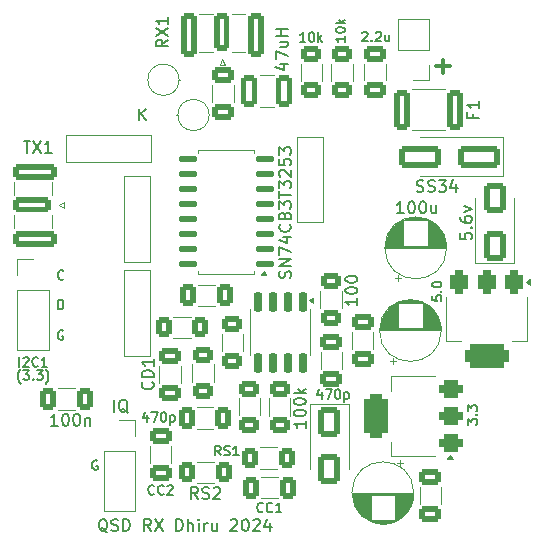
<source format=gbr>
%TF.GenerationSoftware,KiCad,Pcbnew,8.0.3-unknown-202406152119~3f4dc01d97~ubuntu22.04.1*%
%TF.CreationDate,2024-06-18T16:57:28+05:30*%
%TF.ProjectId,SDR-Board,5344522d-426f-4617-9264-2e6b69636164,rev?*%
%TF.SameCoordinates,Original*%
%TF.FileFunction,Legend,Top*%
%TF.FilePolarity,Positive*%
%FSLAX46Y46*%
G04 Gerber Fmt 4.6, Leading zero omitted, Abs format (unit mm)*
G04 Created by KiCad (PCBNEW 8.0.3-unknown-202406152119~3f4dc01d97~ubuntu22.04.1) date 2024-06-18 16:57:28*
%MOMM*%
%LPD*%
G01*
G04 APERTURE LIST*
G04 Aperture macros list*
%AMRoundRect*
0 Rectangle with rounded corners*
0 $1 Rounding radius*
0 $2 $3 $4 $5 $6 $7 $8 $9 X,Y pos of 4 corners*
0 Add a 4 corners polygon primitive as box body*
4,1,4,$2,$3,$4,$5,$6,$7,$8,$9,$2,$3,0*
0 Add four circle primitives for the rounded corners*
1,1,$1+$1,$2,$3*
1,1,$1+$1,$4,$5*
1,1,$1+$1,$6,$7*
1,1,$1+$1,$8,$9*
0 Add four rect primitives between the rounded corners*
20,1,$1+$1,$2,$3,$4,$5,0*
20,1,$1+$1,$4,$5,$6,$7,0*
20,1,$1+$1,$6,$7,$8,$9,0*
20,1,$1+$1,$8,$9,$2,$3,0*%
G04 Aperture macros list end*
%ADD10C,0.200000*%
%ADD11C,0.300000*%
%ADD12C,0.150000*%
%ADD13C,0.120000*%
%ADD14RoundRect,0.250000X0.400000X0.625000X-0.400000X0.625000X-0.400000X-0.625000X0.400000X-0.625000X0*%
%ADD15RoundRect,0.250000X-0.650000X0.412500X-0.650000X-0.412500X0.650000X-0.412500X0.650000X0.412500X0*%
%ADD16RoundRect,0.250000X0.650000X-1.000000X0.650000X1.000000X-0.650000X1.000000X-0.650000X-1.000000X0*%
%ADD17RoundRect,0.250000X0.650000X-0.412500X0.650000X0.412500X-0.650000X0.412500X-0.650000X-0.412500X0*%
%ADD18RoundRect,0.250000X-0.412500X-0.650000X0.412500X-0.650000X0.412500X0.650000X-0.412500X0.650000X0*%
%ADD19RoundRect,0.250000X-0.625000X0.400000X-0.625000X-0.400000X0.625000X-0.400000X0.625000X0.400000X0*%
%ADD20RoundRect,0.137500X0.662500X0.137500X-0.662500X0.137500X-0.662500X-0.137500X0.662500X-0.137500X0*%
%ADD21C,1.600000*%
%ADD22RoundRect,0.150000X-0.150000X0.725000X-0.150000X-0.725000X0.150000X-0.725000X0.150000X0.725000X0*%
%ADD23C,0.800000*%
%ADD24C,6.400000*%
%ADD25R,1.700000X1.700000*%
%ADD26O,1.700000X1.700000*%
%ADD27RoundRect,0.250001X0.462499X1.074999X-0.462499X1.074999X-0.462499X-1.074999X0.462499X-1.074999X0*%
%ADD28RoundRect,0.250000X0.625000X-0.400000X0.625000X0.400000X-0.625000X0.400000X-0.625000X-0.400000X0*%
%ADD29C,1.800000*%
%ADD30RoundRect,0.375000X0.625000X0.375000X-0.625000X0.375000X-0.625000X-0.375000X0.625000X-0.375000X0*%
%ADD31RoundRect,0.500000X0.500000X1.400000X-0.500000X1.400000X-0.500000X-1.400000X0.500000X-1.400000X0*%
%ADD32RoundRect,0.250000X0.385000X1.350000X-0.385000X1.350000X-0.385000X-1.350000X0.385000X-1.350000X0*%
%ADD33RoundRect,0.250000X0.425000X1.600000X-0.425000X1.600000X-0.425000X-1.600000X0.425000X-1.600000X0*%
%ADD34R,1.600000X1.600000*%
%ADD35O,1.600000X1.600000*%
%ADD36RoundRect,0.375000X-0.375000X0.625000X-0.375000X-0.625000X0.375000X-0.625000X0.375000X0.625000X0*%
%ADD37RoundRect,0.500000X-1.400000X0.500000X-1.400000X-0.500000X1.400000X-0.500000X1.400000X0.500000X0*%
%ADD38RoundRect,0.250000X0.412500X0.650000X-0.412500X0.650000X-0.412500X-0.650000X0.412500X-0.650000X0*%
%ADD39RoundRect,0.250000X-1.350000X0.385000X-1.350000X-0.385000X1.350000X-0.385000X1.350000X0.385000X0*%
%ADD40RoundRect,0.250000X-1.600000X0.425000X-1.600000X-0.425000X1.600000X-0.425000X1.600000X0.425000X0*%
%ADD41RoundRect,0.250000X-0.400000X-0.625000X0.400000X-0.625000X0.400000X0.625000X-0.400000X0.625000X0*%
%ADD42RoundRect,0.250000X-0.650000X1.000000X-0.650000X-1.000000X0.650000X-1.000000X0.650000X1.000000X0*%
%ADD43RoundRect,0.250000X1.500000X0.650000X-1.500000X0.650000X-1.500000X-0.650000X1.500000X-0.650000X0*%
%ADD44RoundRect,0.250000X-0.400000X-1.450000X0.400000X-1.450000X0.400000X1.450000X-0.400000X1.450000X0*%
G04 APERTURE END LIST*
D10*
X126981695Y-78036993D02*
X126981695Y-78417945D01*
X126981695Y-78417945D02*
X127362647Y-78456041D01*
X127362647Y-78456041D02*
X127324552Y-78417945D01*
X127324552Y-78417945D02*
X127286457Y-78341755D01*
X127286457Y-78341755D02*
X127286457Y-78151279D01*
X127286457Y-78151279D02*
X127324552Y-78075088D01*
X127324552Y-78075088D02*
X127362647Y-78036993D01*
X127362647Y-78036993D02*
X127438838Y-77998898D01*
X127438838Y-77998898D02*
X127629314Y-77998898D01*
X127629314Y-77998898D02*
X127705504Y-78036993D01*
X127705504Y-78036993D02*
X127743600Y-78075088D01*
X127743600Y-78075088D02*
X127781695Y-78151279D01*
X127781695Y-78151279D02*
X127781695Y-78341755D01*
X127781695Y-78341755D02*
X127743600Y-78417945D01*
X127743600Y-78417945D02*
X127705504Y-78456041D01*
X127705504Y-77656040D02*
X127743600Y-77617945D01*
X127743600Y-77617945D02*
X127781695Y-77656040D01*
X127781695Y-77656040D02*
X127743600Y-77694136D01*
X127743600Y-77694136D02*
X127705504Y-77656040D01*
X127705504Y-77656040D02*
X127781695Y-77656040D01*
X126981695Y-77122707D02*
X126981695Y-77046517D01*
X126981695Y-77046517D02*
X127019790Y-76970326D01*
X127019790Y-76970326D02*
X127057885Y-76932231D01*
X127057885Y-76932231D02*
X127134076Y-76894136D01*
X127134076Y-76894136D02*
X127286457Y-76856041D01*
X127286457Y-76856041D02*
X127476933Y-76856041D01*
X127476933Y-76856041D02*
X127629314Y-76894136D01*
X127629314Y-76894136D02*
X127705504Y-76932231D01*
X127705504Y-76932231D02*
X127743600Y-76970326D01*
X127743600Y-76970326D02*
X127781695Y-77046517D01*
X127781695Y-77046517D02*
X127781695Y-77122707D01*
X127781695Y-77122707D02*
X127743600Y-77198898D01*
X127743600Y-77198898D02*
X127705504Y-77236993D01*
X127705504Y-77236993D02*
X127629314Y-77275088D01*
X127629314Y-77275088D02*
X127476933Y-77313184D01*
X127476933Y-77313184D02*
X127286457Y-77313184D01*
X127286457Y-77313184D02*
X127134076Y-77275088D01*
X127134076Y-77275088D02*
X127057885Y-77236993D01*
X127057885Y-77236993D02*
X127019790Y-77198898D01*
X127019790Y-77198898D02*
X126981695Y-77122707D01*
X95741101Y-81029790D02*
X95664911Y-80991695D01*
X95664911Y-80991695D02*
X95550625Y-80991695D01*
X95550625Y-80991695D02*
X95436339Y-81029790D01*
X95436339Y-81029790D02*
X95360149Y-81105980D01*
X95360149Y-81105980D02*
X95322054Y-81182171D01*
X95322054Y-81182171D02*
X95283958Y-81334552D01*
X95283958Y-81334552D02*
X95283958Y-81448838D01*
X95283958Y-81448838D02*
X95322054Y-81601219D01*
X95322054Y-81601219D02*
X95360149Y-81677409D01*
X95360149Y-81677409D02*
X95436339Y-81753600D01*
X95436339Y-81753600D02*
X95550625Y-81791695D01*
X95550625Y-81791695D02*
X95626816Y-81791695D01*
X95626816Y-81791695D02*
X95741101Y-81753600D01*
X95741101Y-81753600D02*
X95779197Y-81715504D01*
X95779197Y-81715504D02*
X95779197Y-81448838D01*
X95779197Y-81448838D02*
X95626816Y-81448838D01*
X129991695Y-88954136D02*
X129991695Y-88458898D01*
X129991695Y-88458898D02*
X130296457Y-88725564D01*
X130296457Y-88725564D02*
X130296457Y-88611279D01*
X130296457Y-88611279D02*
X130334552Y-88535088D01*
X130334552Y-88535088D02*
X130372647Y-88496993D01*
X130372647Y-88496993D02*
X130448838Y-88458898D01*
X130448838Y-88458898D02*
X130639314Y-88458898D01*
X130639314Y-88458898D02*
X130715504Y-88496993D01*
X130715504Y-88496993D02*
X130753600Y-88535088D01*
X130753600Y-88535088D02*
X130791695Y-88611279D01*
X130791695Y-88611279D02*
X130791695Y-88839850D01*
X130791695Y-88839850D02*
X130753600Y-88916041D01*
X130753600Y-88916041D02*
X130715504Y-88954136D01*
X130715504Y-88116040D02*
X130753600Y-88077945D01*
X130753600Y-88077945D02*
X130791695Y-88116040D01*
X130791695Y-88116040D02*
X130753600Y-88154136D01*
X130753600Y-88154136D02*
X130715504Y-88116040D01*
X130715504Y-88116040D02*
X130791695Y-88116040D01*
X129991695Y-87811279D02*
X129991695Y-87316041D01*
X129991695Y-87316041D02*
X130296457Y-87582707D01*
X130296457Y-87582707D02*
X130296457Y-87468422D01*
X130296457Y-87468422D02*
X130334552Y-87392231D01*
X130334552Y-87392231D02*
X130372647Y-87354136D01*
X130372647Y-87354136D02*
X130448838Y-87316041D01*
X130448838Y-87316041D02*
X130639314Y-87316041D01*
X130639314Y-87316041D02*
X130715504Y-87354136D01*
X130715504Y-87354136D02*
X130753600Y-87392231D01*
X130753600Y-87392231D02*
X130791695Y-87468422D01*
X130791695Y-87468422D02*
X130791695Y-87696993D01*
X130791695Y-87696993D02*
X130753600Y-87773184D01*
X130753600Y-87773184D02*
X130715504Y-87811279D01*
D11*
X127354510Y-58629400D02*
X128497368Y-58629400D01*
X127925939Y-59200828D02*
X127925939Y-58057971D01*
D10*
X95322054Y-79191695D02*
X95322054Y-78391695D01*
X95322054Y-78391695D02*
X95512530Y-78391695D01*
X95512530Y-78391695D02*
X95626816Y-78429790D01*
X95626816Y-78429790D02*
X95703006Y-78505980D01*
X95703006Y-78505980D02*
X95741101Y-78582171D01*
X95741101Y-78582171D02*
X95779197Y-78734552D01*
X95779197Y-78734552D02*
X95779197Y-78848838D01*
X95779197Y-78848838D02*
X95741101Y-79001219D01*
X95741101Y-79001219D02*
X95703006Y-79077409D01*
X95703006Y-79077409D02*
X95626816Y-79153600D01*
X95626816Y-79153600D02*
X95512530Y-79191695D01*
X95512530Y-79191695D02*
X95322054Y-79191695D01*
X92140625Y-85486457D02*
X92102530Y-85448361D01*
X92102530Y-85448361D02*
X92026339Y-85334076D01*
X92026339Y-85334076D02*
X91988244Y-85257885D01*
X91988244Y-85257885D02*
X91950149Y-85143600D01*
X91950149Y-85143600D02*
X91912054Y-84953123D01*
X91912054Y-84953123D02*
X91912054Y-84800742D01*
X91912054Y-84800742D02*
X91950149Y-84610266D01*
X91950149Y-84610266D02*
X91988244Y-84495980D01*
X91988244Y-84495980D02*
X92026339Y-84419790D01*
X92026339Y-84419790D02*
X92102530Y-84305504D01*
X92102530Y-84305504D02*
X92140625Y-84267409D01*
X92369196Y-84381695D02*
X92864434Y-84381695D01*
X92864434Y-84381695D02*
X92597768Y-84686457D01*
X92597768Y-84686457D02*
X92712053Y-84686457D01*
X92712053Y-84686457D02*
X92788244Y-84724552D01*
X92788244Y-84724552D02*
X92826339Y-84762647D01*
X92826339Y-84762647D02*
X92864434Y-84838838D01*
X92864434Y-84838838D02*
X92864434Y-85029314D01*
X92864434Y-85029314D02*
X92826339Y-85105504D01*
X92826339Y-85105504D02*
X92788244Y-85143600D01*
X92788244Y-85143600D02*
X92712053Y-85181695D01*
X92712053Y-85181695D02*
X92483482Y-85181695D01*
X92483482Y-85181695D02*
X92407291Y-85143600D01*
X92407291Y-85143600D02*
X92369196Y-85105504D01*
X93207292Y-85105504D02*
X93245387Y-85143600D01*
X93245387Y-85143600D02*
X93207292Y-85181695D01*
X93207292Y-85181695D02*
X93169196Y-85143600D01*
X93169196Y-85143600D02*
X93207292Y-85105504D01*
X93207292Y-85105504D02*
X93207292Y-85181695D01*
X93512053Y-84381695D02*
X94007291Y-84381695D01*
X94007291Y-84381695D02*
X93740625Y-84686457D01*
X93740625Y-84686457D02*
X93854910Y-84686457D01*
X93854910Y-84686457D02*
X93931101Y-84724552D01*
X93931101Y-84724552D02*
X93969196Y-84762647D01*
X93969196Y-84762647D02*
X94007291Y-84838838D01*
X94007291Y-84838838D02*
X94007291Y-85029314D01*
X94007291Y-85029314D02*
X93969196Y-85105504D01*
X93969196Y-85105504D02*
X93931101Y-85143600D01*
X93931101Y-85143600D02*
X93854910Y-85181695D01*
X93854910Y-85181695D02*
X93626339Y-85181695D01*
X93626339Y-85181695D02*
X93550148Y-85143600D01*
X93550148Y-85143600D02*
X93512053Y-85105504D01*
X94273958Y-85486457D02*
X94312053Y-85448361D01*
X94312053Y-85448361D02*
X94388244Y-85334076D01*
X94388244Y-85334076D02*
X94426339Y-85257885D01*
X94426339Y-85257885D02*
X94464434Y-85143600D01*
X94464434Y-85143600D02*
X94502530Y-84953123D01*
X94502530Y-84953123D02*
X94502530Y-84800742D01*
X94502530Y-84800742D02*
X94464434Y-84610266D01*
X94464434Y-84610266D02*
X94426339Y-84495980D01*
X94426339Y-84495980D02*
X94388244Y-84419790D01*
X94388244Y-84419790D02*
X94312053Y-84305504D01*
X94312053Y-84305504D02*
X94273958Y-84267409D01*
D12*
X99503445Y-98065057D02*
X99408207Y-98017438D01*
X99408207Y-98017438D02*
X99312969Y-97922200D01*
X99312969Y-97922200D02*
X99170112Y-97779342D01*
X99170112Y-97779342D02*
X99074874Y-97731723D01*
X99074874Y-97731723D02*
X98979636Y-97731723D01*
X99027255Y-97969819D02*
X98932017Y-97922200D01*
X98932017Y-97922200D02*
X98836779Y-97826961D01*
X98836779Y-97826961D02*
X98789160Y-97636485D01*
X98789160Y-97636485D02*
X98789160Y-97303152D01*
X98789160Y-97303152D02*
X98836779Y-97112676D01*
X98836779Y-97112676D02*
X98932017Y-97017438D01*
X98932017Y-97017438D02*
X99027255Y-96969819D01*
X99027255Y-96969819D02*
X99217731Y-96969819D01*
X99217731Y-96969819D02*
X99312969Y-97017438D01*
X99312969Y-97017438D02*
X99408207Y-97112676D01*
X99408207Y-97112676D02*
X99455826Y-97303152D01*
X99455826Y-97303152D02*
X99455826Y-97636485D01*
X99455826Y-97636485D02*
X99408207Y-97826961D01*
X99408207Y-97826961D02*
X99312969Y-97922200D01*
X99312969Y-97922200D02*
X99217731Y-97969819D01*
X99217731Y-97969819D02*
X99027255Y-97969819D01*
X99836779Y-97922200D02*
X99979636Y-97969819D01*
X99979636Y-97969819D02*
X100217731Y-97969819D01*
X100217731Y-97969819D02*
X100312969Y-97922200D01*
X100312969Y-97922200D02*
X100360588Y-97874580D01*
X100360588Y-97874580D02*
X100408207Y-97779342D01*
X100408207Y-97779342D02*
X100408207Y-97684104D01*
X100408207Y-97684104D02*
X100360588Y-97588866D01*
X100360588Y-97588866D02*
X100312969Y-97541247D01*
X100312969Y-97541247D02*
X100217731Y-97493628D01*
X100217731Y-97493628D02*
X100027255Y-97446009D01*
X100027255Y-97446009D02*
X99932017Y-97398390D01*
X99932017Y-97398390D02*
X99884398Y-97350771D01*
X99884398Y-97350771D02*
X99836779Y-97255533D01*
X99836779Y-97255533D02*
X99836779Y-97160295D01*
X99836779Y-97160295D02*
X99884398Y-97065057D01*
X99884398Y-97065057D02*
X99932017Y-97017438D01*
X99932017Y-97017438D02*
X100027255Y-96969819D01*
X100027255Y-96969819D02*
X100265350Y-96969819D01*
X100265350Y-96969819D02*
X100408207Y-97017438D01*
X100836779Y-97969819D02*
X100836779Y-96969819D01*
X100836779Y-96969819D02*
X101074874Y-96969819D01*
X101074874Y-96969819D02*
X101217731Y-97017438D01*
X101217731Y-97017438D02*
X101312969Y-97112676D01*
X101312969Y-97112676D02*
X101360588Y-97207914D01*
X101360588Y-97207914D02*
X101408207Y-97398390D01*
X101408207Y-97398390D02*
X101408207Y-97541247D01*
X101408207Y-97541247D02*
X101360588Y-97731723D01*
X101360588Y-97731723D02*
X101312969Y-97826961D01*
X101312969Y-97826961D02*
X101217731Y-97922200D01*
X101217731Y-97922200D02*
X101074874Y-97969819D01*
X101074874Y-97969819D02*
X100836779Y-97969819D01*
X103170112Y-97969819D02*
X102836779Y-97493628D01*
X102598684Y-97969819D02*
X102598684Y-96969819D01*
X102598684Y-96969819D02*
X102979636Y-96969819D01*
X102979636Y-96969819D02*
X103074874Y-97017438D01*
X103074874Y-97017438D02*
X103122493Y-97065057D01*
X103122493Y-97065057D02*
X103170112Y-97160295D01*
X103170112Y-97160295D02*
X103170112Y-97303152D01*
X103170112Y-97303152D02*
X103122493Y-97398390D01*
X103122493Y-97398390D02*
X103074874Y-97446009D01*
X103074874Y-97446009D02*
X102979636Y-97493628D01*
X102979636Y-97493628D02*
X102598684Y-97493628D01*
X103503446Y-96969819D02*
X104170112Y-97969819D01*
X104170112Y-96969819D02*
X103503446Y-97969819D01*
X105312970Y-97969819D02*
X105312970Y-96969819D01*
X105312970Y-96969819D02*
X105551065Y-96969819D01*
X105551065Y-96969819D02*
X105693922Y-97017438D01*
X105693922Y-97017438D02*
X105789160Y-97112676D01*
X105789160Y-97112676D02*
X105836779Y-97207914D01*
X105836779Y-97207914D02*
X105884398Y-97398390D01*
X105884398Y-97398390D02*
X105884398Y-97541247D01*
X105884398Y-97541247D02*
X105836779Y-97731723D01*
X105836779Y-97731723D02*
X105789160Y-97826961D01*
X105789160Y-97826961D02*
X105693922Y-97922200D01*
X105693922Y-97922200D02*
X105551065Y-97969819D01*
X105551065Y-97969819D02*
X105312970Y-97969819D01*
X106312970Y-97969819D02*
X106312970Y-96969819D01*
X106741541Y-97969819D02*
X106741541Y-97446009D01*
X106741541Y-97446009D02*
X106693922Y-97350771D01*
X106693922Y-97350771D02*
X106598684Y-97303152D01*
X106598684Y-97303152D02*
X106455827Y-97303152D01*
X106455827Y-97303152D02*
X106360589Y-97350771D01*
X106360589Y-97350771D02*
X106312970Y-97398390D01*
X107217732Y-97969819D02*
X107217732Y-97303152D01*
X107217732Y-96969819D02*
X107170113Y-97017438D01*
X107170113Y-97017438D02*
X107217732Y-97065057D01*
X107217732Y-97065057D02*
X107265351Y-97017438D01*
X107265351Y-97017438D02*
X107217732Y-96969819D01*
X107217732Y-96969819D02*
X107217732Y-97065057D01*
X107693922Y-97969819D02*
X107693922Y-97303152D01*
X107693922Y-97493628D02*
X107741541Y-97398390D01*
X107741541Y-97398390D02*
X107789160Y-97350771D01*
X107789160Y-97350771D02*
X107884398Y-97303152D01*
X107884398Y-97303152D02*
X107979636Y-97303152D01*
X108741541Y-97303152D02*
X108741541Y-97969819D01*
X108312970Y-97303152D02*
X108312970Y-97826961D01*
X108312970Y-97826961D02*
X108360589Y-97922200D01*
X108360589Y-97922200D02*
X108455827Y-97969819D01*
X108455827Y-97969819D02*
X108598684Y-97969819D01*
X108598684Y-97969819D02*
X108693922Y-97922200D01*
X108693922Y-97922200D02*
X108741541Y-97874580D01*
X109932018Y-97065057D02*
X109979637Y-97017438D01*
X109979637Y-97017438D02*
X110074875Y-96969819D01*
X110074875Y-96969819D02*
X110312970Y-96969819D01*
X110312970Y-96969819D02*
X110408208Y-97017438D01*
X110408208Y-97017438D02*
X110455827Y-97065057D01*
X110455827Y-97065057D02*
X110503446Y-97160295D01*
X110503446Y-97160295D02*
X110503446Y-97255533D01*
X110503446Y-97255533D02*
X110455827Y-97398390D01*
X110455827Y-97398390D02*
X109884399Y-97969819D01*
X109884399Y-97969819D02*
X110503446Y-97969819D01*
X111122494Y-96969819D02*
X111217732Y-96969819D01*
X111217732Y-96969819D02*
X111312970Y-97017438D01*
X111312970Y-97017438D02*
X111360589Y-97065057D01*
X111360589Y-97065057D02*
X111408208Y-97160295D01*
X111408208Y-97160295D02*
X111455827Y-97350771D01*
X111455827Y-97350771D02*
X111455827Y-97588866D01*
X111455827Y-97588866D02*
X111408208Y-97779342D01*
X111408208Y-97779342D02*
X111360589Y-97874580D01*
X111360589Y-97874580D02*
X111312970Y-97922200D01*
X111312970Y-97922200D02*
X111217732Y-97969819D01*
X111217732Y-97969819D02*
X111122494Y-97969819D01*
X111122494Y-97969819D02*
X111027256Y-97922200D01*
X111027256Y-97922200D02*
X110979637Y-97874580D01*
X110979637Y-97874580D02*
X110932018Y-97779342D01*
X110932018Y-97779342D02*
X110884399Y-97588866D01*
X110884399Y-97588866D02*
X110884399Y-97350771D01*
X110884399Y-97350771D02*
X110932018Y-97160295D01*
X110932018Y-97160295D02*
X110979637Y-97065057D01*
X110979637Y-97065057D02*
X111027256Y-97017438D01*
X111027256Y-97017438D02*
X111122494Y-96969819D01*
X111836780Y-97065057D02*
X111884399Y-97017438D01*
X111884399Y-97017438D02*
X111979637Y-96969819D01*
X111979637Y-96969819D02*
X112217732Y-96969819D01*
X112217732Y-96969819D02*
X112312970Y-97017438D01*
X112312970Y-97017438D02*
X112360589Y-97065057D01*
X112360589Y-97065057D02*
X112408208Y-97160295D01*
X112408208Y-97160295D02*
X112408208Y-97255533D01*
X112408208Y-97255533D02*
X112360589Y-97398390D01*
X112360589Y-97398390D02*
X111789161Y-97969819D01*
X111789161Y-97969819D02*
X112408208Y-97969819D01*
X113265351Y-97303152D02*
X113265351Y-97969819D01*
X113027256Y-96922200D02*
X112789161Y-97636485D01*
X112789161Y-97636485D02*
X113408208Y-97636485D01*
D10*
X95779197Y-76615504D02*
X95741101Y-76653600D01*
X95741101Y-76653600D02*
X95626816Y-76691695D01*
X95626816Y-76691695D02*
X95550625Y-76691695D01*
X95550625Y-76691695D02*
X95436339Y-76653600D01*
X95436339Y-76653600D02*
X95360149Y-76577409D01*
X95360149Y-76577409D02*
X95322054Y-76501219D01*
X95322054Y-76501219D02*
X95283958Y-76348838D01*
X95283958Y-76348838D02*
X95283958Y-76234552D01*
X95283958Y-76234552D02*
X95322054Y-76082171D01*
X95322054Y-76082171D02*
X95360149Y-76005980D01*
X95360149Y-76005980D02*
X95436339Y-75929790D01*
X95436339Y-75929790D02*
X95550625Y-75891695D01*
X95550625Y-75891695D02*
X95626816Y-75891695D01*
X95626816Y-75891695D02*
X95741101Y-75929790D01*
X95741101Y-75929790D02*
X95779197Y-75967885D01*
X98641101Y-92029790D02*
X98564911Y-91991695D01*
X98564911Y-91991695D02*
X98450625Y-91991695D01*
X98450625Y-91991695D02*
X98336339Y-92029790D01*
X98336339Y-92029790D02*
X98260149Y-92105980D01*
X98260149Y-92105980D02*
X98222054Y-92182171D01*
X98222054Y-92182171D02*
X98183958Y-92334552D01*
X98183958Y-92334552D02*
X98183958Y-92448838D01*
X98183958Y-92448838D02*
X98222054Y-92601219D01*
X98222054Y-92601219D02*
X98260149Y-92677409D01*
X98260149Y-92677409D02*
X98336339Y-92753600D01*
X98336339Y-92753600D02*
X98450625Y-92791695D01*
X98450625Y-92791695D02*
X98526816Y-92791695D01*
X98526816Y-92791695D02*
X98641101Y-92753600D01*
X98641101Y-92753600D02*
X98679197Y-92715504D01*
X98679197Y-92715504D02*
X98679197Y-92448838D01*
X98679197Y-92448838D02*
X98526816Y-92448838D01*
D12*
X109085714Y-91562295D02*
X108819047Y-91181342D01*
X108628571Y-91562295D02*
X108628571Y-90762295D01*
X108628571Y-90762295D02*
X108933333Y-90762295D01*
X108933333Y-90762295D02*
X109009523Y-90800390D01*
X109009523Y-90800390D02*
X109047618Y-90838485D01*
X109047618Y-90838485D02*
X109085714Y-90914676D01*
X109085714Y-90914676D02*
X109085714Y-91028961D01*
X109085714Y-91028961D02*
X109047618Y-91105152D01*
X109047618Y-91105152D02*
X109009523Y-91143247D01*
X109009523Y-91143247D02*
X108933333Y-91181342D01*
X108933333Y-91181342D02*
X108628571Y-91181342D01*
X109390475Y-91524200D02*
X109504761Y-91562295D01*
X109504761Y-91562295D02*
X109695237Y-91562295D01*
X109695237Y-91562295D02*
X109771428Y-91524200D01*
X109771428Y-91524200D02*
X109809523Y-91486104D01*
X109809523Y-91486104D02*
X109847618Y-91409914D01*
X109847618Y-91409914D02*
X109847618Y-91333723D01*
X109847618Y-91333723D02*
X109809523Y-91257533D01*
X109809523Y-91257533D02*
X109771428Y-91219438D01*
X109771428Y-91219438D02*
X109695237Y-91181342D01*
X109695237Y-91181342D02*
X109542856Y-91143247D01*
X109542856Y-91143247D02*
X109466666Y-91105152D01*
X109466666Y-91105152D02*
X109428571Y-91067057D01*
X109428571Y-91067057D02*
X109390475Y-90990866D01*
X109390475Y-90990866D02*
X109390475Y-90914676D01*
X109390475Y-90914676D02*
X109428571Y-90838485D01*
X109428571Y-90838485D02*
X109466666Y-90800390D01*
X109466666Y-90800390D02*
X109542856Y-90762295D01*
X109542856Y-90762295D02*
X109733333Y-90762295D01*
X109733333Y-90762295D02*
X109847618Y-90800390D01*
X110609523Y-91562295D02*
X110152380Y-91562295D01*
X110380952Y-91562295D02*
X110380952Y-90762295D01*
X110380952Y-90762295D02*
X110304761Y-90876580D01*
X110304761Y-90876580D02*
X110228571Y-90952771D01*
X110228571Y-90952771D02*
X110152380Y-90990866D01*
X129354819Y-72757142D02*
X129354819Y-73233332D01*
X129354819Y-73233332D02*
X129831009Y-73280951D01*
X129831009Y-73280951D02*
X129783390Y-73233332D01*
X129783390Y-73233332D02*
X129735771Y-73138094D01*
X129735771Y-73138094D02*
X129735771Y-72899999D01*
X129735771Y-72899999D02*
X129783390Y-72804761D01*
X129783390Y-72804761D02*
X129831009Y-72757142D01*
X129831009Y-72757142D02*
X129926247Y-72709523D01*
X129926247Y-72709523D02*
X130164342Y-72709523D01*
X130164342Y-72709523D02*
X130259580Y-72757142D01*
X130259580Y-72757142D02*
X130307200Y-72804761D01*
X130307200Y-72804761D02*
X130354819Y-72899999D01*
X130354819Y-72899999D02*
X130354819Y-73138094D01*
X130354819Y-73138094D02*
X130307200Y-73233332D01*
X130307200Y-73233332D02*
X130259580Y-73280951D01*
X130259580Y-72280951D02*
X130307200Y-72233332D01*
X130307200Y-72233332D02*
X130354819Y-72280951D01*
X130354819Y-72280951D02*
X130307200Y-72328570D01*
X130307200Y-72328570D02*
X130259580Y-72280951D01*
X130259580Y-72280951D02*
X130354819Y-72280951D01*
X129354819Y-71376190D02*
X129354819Y-71566666D01*
X129354819Y-71566666D02*
X129402438Y-71661904D01*
X129402438Y-71661904D02*
X129450057Y-71709523D01*
X129450057Y-71709523D02*
X129592914Y-71804761D01*
X129592914Y-71804761D02*
X129783390Y-71852380D01*
X129783390Y-71852380D02*
X130164342Y-71852380D01*
X130164342Y-71852380D02*
X130259580Y-71804761D01*
X130259580Y-71804761D02*
X130307200Y-71757142D01*
X130307200Y-71757142D02*
X130354819Y-71661904D01*
X130354819Y-71661904D02*
X130354819Y-71471428D01*
X130354819Y-71471428D02*
X130307200Y-71376190D01*
X130307200Y-71376190D02*
X130259580Y-71328571D01*
X130259580Y-71328571D02*
X130164342Y-71280952D01*
X130164342Y-71280952D02*
X129926247Y-71280952D01*
X129926247Y-71280952D02*
X129831009Y-71328571D01*
X129831009Y-71328571D02*
X129783390Y-71376190D01*
X129783390Y-71376190D02*
X129735771Y-71471428D01*
X129735771Y-71471428D02*
X129735771Y-71661904D01*
X129735771Y-71661904D02*
X129783390Y-71757142D01*
X129783390Y-71757142D02*
X129831009Y-71804761D01*
X129831009Y-71804761D02*
X129926247Y-71852380D01*
X129688152Y-70947618D02*
X130354819Y-70709523D01*
X130354819Y-70709523D02*
X129688152Y-70471428D01*
X116263809Y-56542295D02*
X115806666Y-56542295D01*
X116035238Y-56542295D02*
X116035238Y-55742295D01*
X116035238Y-55742295D02*
X115959047Y-55856580D01*
X115959047Y-55856580D02*
X115882857Y-55932771D01*
X115882857Y-55932771D02*
X115806666Y-55970866D01*
X116759048Y-55742295D02*
X116835238Y-55742295D01*
X116835238Y-55742295D02*
X116911429Y-55780390D01*
X116911429Y-55780390D02*
X116949524Y-55818485D01*
X116949524Y-55818485D02*
X116987619Y-55894676D01*
X116987619Y-55894676D02*
X117025714Y-56047057D01*
X117025714Y-56047057D02*
X117025714Y-56237533D01*
X117025714Y-56237533D02*
X116987619Y-56389914D01*
X116987619Y-56389914D02*
X116949524Y-56466104D01*
X116949524Y-56466104D02*
X116911429Y-56504200D01*
X116911429Y-56504200D02*
X116835238Y-56542295D01*
X116835238Y-56542295D02*
X116759048Y-56542295D01*
X116759048Y-56542295D02*
X116682857Y-56504200D01*
X116682857Y-56504200D02*
X116644762Y-56466104D01*
X116644762Y-56466104D02*
X116606667Y-56389914D01*
X116606667Y-56389914D02*
X116568571Y-56237533D01*
X116568571Y-56237533D02*
X116568571Y-56047057D01*
X116568571Y-56047057D02*
X116606667Y-55894676D01*
X116606667Y-55894676D02*
X116644762Y-55818485D01*
X116644762Y-55818485D02*
X116682857Y-55780390D01*
X116682857Y-55780390D02*
X116759048Y-55742295D01*
X117368572Y-56542295D02*
X117368572Y-55742295D01*
X117444762Y-56237533D02*
X117673334Y-56542295D01*
X117673334Y-56008961D02*
X117368572Y-56313723D01*
X114997200Y-76533809D02*
X115044819Y-76390952D01*
X115044819Y-76390952D02*
X115044819Y-76152857D01*
X115044819Y-76152857D02*
X114997200Y-76057619D01*
X114997200Y-76057619D02*
X114949580Y-76010000D01*
X114949580Y-76010000D02*
X114854342Y-75962381D01*
X114854342Y-75962381D02*
X114759104Y-75962381D01*
X114759104Y-75962381D02*
X114663866Y-76010000D01*
X114663866Y-76010000D02*
X114616247Y-76057619D01*
X114616247Y-76057619D02*
X114568628Y-76152857D01*
X114568628Y-76152857D02*
X114521009Y-76343333D01*
X114521009Y-76343333D02*
X114473390Y-76438571D01*
X114473390Y-76438571D02*
X114425771Y-76486190D01*
X114425771Y-76486190D02*
X114330533Y-76533809D01*
X114330533Y-76533809D02*
X114235295Y-76533809D01*
X114235295Y-76533809D02*
X114140057Y-76486190D01*
X114140057Y-76486190D02*
X114092438Y-76438571D01*
X114092438Y-76438571D02*
X114044819Y-76343333D01*
X114044819Y-76343333D02*
X114044819Y-76105238D01*
X114044819Y-76105238D02*
X114092438Y-75962381D01*
X115044819Y-75533809D02*
X114044819Y-75533809D01*
X114044819Y-75533809D02*
X115044819Y-74962381D01*
X115044819Y-74962381D02*
X114044819Y-74962381D01*
X114044819Y-74581428D02*
X114044819Y-73914762D01*
X114044819Y-73914762D02*
X115044819Y-74343333D01*
X114378152Y-73105238D02*
X115044819Y-73105238D01*
X113997200Y-73343333D02*
X114711485Y-73581428D01*
X114711485Y-73581428D02*
X114711485Y-72962381D01*
X114949580Y-72010000D02*
X114997200Y-72057619D01*
X114997200Y-72057619D02*
X115044819Y-72200476D01*
X115044819Y-72200476D02*
X115044819Y-72295714D01*
X115044819Y-72295714D02*
X114997200Y-72438571D01*
X114997200Y-72438571D02*
X114901961Y-72533809D01*
X114901961Y-72533809D02*
X114806723Y-72581428D01*
X114806723Y-72581428D02*
X114616247Y-72629047D01*
X114616247Y-72629047D02*
X114473390Y-72629047D01*
X114473390Y-72629047D02*
X114282914Y-72581428D01*
X114282914Y-72581428D02*
X114187676Y-72533809D01*
X114187676Y-72533809D02*
X114092438Y-72438571D01*
X114092438Y-72438571D02*
X114044819Y-72295714D01*
X114044819Y-72295714D02*
X114044819Y-72200476D01*
X114044819Y-72200476D02*
X114092438Y-72057619D01*
X114092438Y-72057619D02*
X114140057Y-72010000D01*
X114521009Y-71248095D02*
X114568628Y-71105238D01*
X114568628Y-71105238D02*
X114616247Y-71057619D01*
X114616247Y-71057619D02*
X114711485Y-71010000D01*
X114711485Y-71010000D02*
X114854342Y-71010000D01*
X114854342Y-71010000D02*
X114949580Y-71057619D01*
X114949580Y-71057619D02*
X114997200Y-71105238D01*
X114997200Y-71105238D02*
X115044819Y-71200476D01*
X115044819Y-71200476D02*
X115044819Y-71581428D01*
X115044819Y-71581428D02*
X114044819Y-71581428D01*
X114044819Y-71581428D02*
X114044819Y-71248095D01*
X114044819Y-71248095D02*
X114092438Y-71152857D01*
X114092438Y-71152857D02*
X114140057Y-71105238D01*
X114140057Y-71105238D02*
X114235295Y-71057619D01*
X114235295Y-71057619D02*
X114330533Y-71057619D01*
X114330533Y-71057619D02*
X114425771Y-71105238D01*
X114425771Y-71105238D02*
X114473390Y-71152857D01*
X114473390Y-71152857D02*
X114521009Y-71248095D01*
X114521009Y-71248095D02*
X114521009Y-71581428D01*
X114044819Y-70676666D02*
X114044819Y-70057619D01*
X114044819Y-70057619D02*
X114425771Y-70390952D01*
X114425771Y-70390952D02*
X114425771Y-70248095D01*
X114425771Y-70248095D02*
X114473390Y-70152857D01*
X114473390Y-70152857D02*
X114521009Y-70105238D01*
X114521009Y-70105238D02*
X114616247Y-70057619D01*
X114616247Y-70057619D02*
X114854342Y-70057619D01*
X114854342Y-70057619D02*
X114949580Y-70105238D01*
X114949580Y-70105238D02*
X114997200Y-70152857D01*
X114997200Y-70152857D02*
X115044819Y-70248095D01*
X115044819Y-70248095D02*
X115044819Y-70533809D01*
X115044819Y-70533809D02*
X114997200Y-70629047D01*
X114997200Y-70629047D02*
X114949580Y-70676666D01*
X114044819Y-69771904D02*
X114044819Y-69200476D01*
X115044819Y-69486190D02*
X114044819Y-69486190D01*
X114044819Y-68962380D02*
X114044819Y-68343333D01*
X114044819Y-68343333D02*
X114425771Y-68676666D01*
X114425771Y-68676666D02*
X114425771Y-68533809D01*
X114425771Y-68533809D02*
X114473390Y-68438571D01*
X114473390Y-68438571D02*
X114521009Y-68390952D01*
X114521009Y-68390952D02*
X114616247Y-68343333D01*
X114616247Y-68343333D02*
X114854342Y-68343333D01*
X114854342Y-68343333D02*
X114949580Y-68390952D01*
X114949580Y-68390952D02*
X114997200Y-68438571D01*
X114997200Y-68438571D02*
X115044819Y-68533809D01*
X115044819Y-68533809D02*
X115044819Y-68819523D01*
X115044819Y-68819523D02*
X114997200Y-68914761D01*
X114997200Y-68914761D02*
X114949580Y-68962380D01*
X114140057Y-67962380D02*
X114092438Y-67914761D01*
X114092438Y-67914761D02*
X114044819Y-67819523D01*
X114044819Y-67819523D02*
X114044819Y-67581428D01*
X114044819Y-67581428D02*
X114092438Y-67486190D01*
X114092438Y-67486190D02*
X114140057Y-67438571D01*
X114140057Y-67438571D02*
X114235295Y-67390952D01*
X114235295Y-67390952D02*
X114330533Y-67390952D01*
X114330533Y-67390952D02*
X114473390Y-67438571D01*
X114473390Y-67438571D02*
X115044819Y-68009999D01*
X115044819Y-68009999D02*
X115044819Y-67390952D01*
X114044819Y-66486190D02*
X114044819Y-66962380D01*
X114044819Y-66962380D02*
X114521009Y-67009999D01*
X114521009Y-67009999D02*
X114473390Y-66962380D01*
X114473390Y-66962380D02*
X114425771Y-66867142D01*
X114425771Y-66867142D02*
X114425771Y-66629047D01*
X114425771Y-66629047D02*
X114473390Y-66533809D01*
X114473390Y-66533809D02*
X114521009Y-66486190D01*
X114521009Y-66486190D02*
X114616247Y-66438571D01*
X114616247Y-66438571D02*
X114854342Y-66438571D01*
X114854342Y-66438571D02*
X114949580Y-66486190D01*
X114949580Y-66486190D02*
X114997200Y-66533809D01*
X114997200Y-66533809D02*
X115044819Y-66629047D01*
X115044819Y-66629047D02*
X115044819Y-66867142D01*
X115044819Y-66867142D02*
X114997200Y-66962380D01*
X114997200Y-66962380D02*
X114949580Y-67009999D01*
X114044819Y-66105237D02*
X114044819Y-65486190D01*
X114044819Y-65486190D02*
X114425771Y-65819523D01*
X114425771Y-65819523D02*
X114425771Y-65676666D01*
X114425771Y-65676666D02*
X114473390Y-65581428D01*
X114473390Y-65581428D02*
X114521009Y-65533809D01*
X114521009Y-65533809D02*
X114616247Y-65486190D01*
X114616247Y-65486190D02*
X114854342Y-65486190D01*
X114854342Y-65486190D02*
X114949580Y-65533809D01*
X114949580Y-65533809D02*
X114997200Y-65581428D01*
X114997200Y-65581428D02*
X115044819Y-65676666D01*
X115044819Y-65676666D02*
X115044819Y-65962380D01*
X115044819Y-65962380D02*
X114997200Y-66057618D01*
X114997200Y-66057618D02*
X114949580Y-66105237D01*
X121088094Y-55768485D02*
X121126190Y-55730390D01*
X121126190Y-55730390D02*
X121202380Y-55692295D01*
X121202380Y-55692295D02*
X121392856Y-55692295D01*
X121392856Y-55692295D02*
X121469047Y-55730390D01*
X121469047Y-55730390D02*
X121507142Y-55768485D01*
X121507142Y-55768485D02*
X121545237Y-55844676D01*
X121545237Y-55844676D02*
X121545237Y-55920866D01*
X121545237Y-55920866D02*
X121507142Y-56035152D01*
X121507142Y-56035152D02*
X121049999Y-56492295D01*
X121049999Y-56492295D02*
X121545237Y-56492295D01*
X121888095Y-56416104D02*
X121926190Y-56454200D01*
X121926190Y-56454200D02*
X121888095Y-56492295D01*
X121888095Y-56492295D02*
X121849999Y-56454200D01*
X121849999Y-56454200D02*
X121888095Y-56416104D01*
X121888095Y-56416104D02*
X121888095Y-56492295D01*
X122230951Y-55768485D02*
X122269047Y-55730390D01*
X122269047Y-55730390D02*
X122345237Y-55692295D01*
X122345237Y-55692295D02*
X122535713Y-55692295D01*
X122535713Y-55692295D02*
X122611904Y-55730390D01*
X122611904Y-55730390D02*
X122649999Y-55768485D01*
X122649999Y-55768485D02*
X122688094Y-55844676D01*
X122688094Y-55844676D02*
X122688094Y-55920866D01*
X122688094Y-55920866D02*
X122649999Y-56035152D01*
X122649999Y-56035152D02*
X122192856Y-56492295D01*
X122192856Y-56492295D02*
X122688094Y-56492295D01*
X123373809Y-55958961D02*
X123373809Y-56492295D01*
X123030952Y-55958961D02*
X123030952Y-56378009D01*
X123030952Y-56378009D02*
X123069047Y-56454200D01*
X123069047Y-56454200D02*
X123145237Y-56492295D01*
X123145237Y-56492295D02*
X123259523Y-56492295D01*
X123259523Y-56492295D02*
X123335714Y-56454200D01*
X123335714Y-56454200D02*
X123373809Y-56416104D01*
X103456667Y-94806104D02*
X103418571Y-94844200D01*
X103418571Y-94844200D02*
X103304286Y-94882295D01*
X103304286Y-94882295D02*
X103228095Y-94882295D01*
X103228095Y-94882295D02*
X103113809Y-94844200D01*
X103113809Y-94844200D02*
X103037619Y-94768009D01*
X103037619Y-94768009D02*
X102999524Y-94691819D01*
X102999524Y-94691819D02*
X102961428Y-94539438D01*
X102961428Y-94539438D02*
X102961428Y-94425152D01*
X102961428Y-94425152D02*
X102999524Y-94272771D01*
X102999524Y-94272771D02*
X103037619Y-94196580D01*
X103037619Y-94196580D02*
X103113809Y-94120390D01*
X103113809Y-94120390D02*
X103228095Y-94082295D01*
X103228095Y-94082295D02*
X103304286Y-94082295D01*
X103304286Y-94082295D02*
X103418571Y-94120390D01*
X103418571Y-94120390D02*
X103456667Y-94158485D01*
X104256667Y-94806104D02*
X104218571Y-94844200D01*
X104218571Y-94844200D02*
X104104286Y-94882295D01*
X104104286Y-94882295D02*
X104028095Y-94882295D01*
X104028095Y-94882295D02*
X103913809Y-94844200D01*
X103913809Y-94844200D02*
X103837619Y-94768009D01*
X103837619Y-94768009D02*
X103799524Y-94691819D01*
X103799524Y-94691819D02*
X103761428Y-94539438D01*
X103761428Y-94539438D02*
X103761428Y-94425152D01*
X103761428Y-94425152D02*
X103799524Y-94272771D01*
X103799524Y-94272771D02*
X103837619Y-94196580D01*
X103837619Y-94196580D02*
X103913809Y-94120390D01*
X103913809Y-94120390D02*
X104028095Y-94082295D01*
X104028095Y-94082295D02*
X104104286Y-94082295D01*
X104104286Y-94082295D02*
X104218571Y-94120390D01*
X104218571Y-94120390D02*
X104256667Y-94158485D01*
X104561428Y-94158485D02*
X104599524Y-94120390D01*
X104599524Y-94120390D02*
X104675714Y-94082295D01*
X104675714Y-94082295D02*
X104866190Y-94082295D01*
X104866190Y-94082295D02*
X104942381Y-94120390D01*
X104942381Y-94120390D02*
X104980476Y-94158485D01*
X104980476Y-94158485D02*
X105018571Y-94234676D01*
X105018571Y-94234676D02*
X105018571Y-94310866D01*
X105018571Y-94310866D02*
X104980476Y-94425152D01*
X104980476Y-94425152D02*
X104523333Y-94882295D01*
X104523333Y-94882295D02*
X105018571Y-94882295D01*
X100076191Y-87854819D02*
X100076191Y-86854819D01*
X101219047Y-87950057D02*
X101123809Y-87902438D01*
X101123809Y-87902438D02*
X101028571Y-87807200D01*
X101028571Y-87807200D02*
X100885714Y-87664342D01*
X100885714Y-87664342D02*
X100790476Y-87616723D01*
X100790476Y-87616723D02*
X100695238Y-87616723D01*
X100742857Y-87854819D02*
X100647619Y-87807200D01*
X100647619Y-87807200D02*
X100552381Y-87711961D01*
X100552381Y-87711961D02*
X100504762Y-87521485D01*
X100504762Y-87521485D02*
X100504762Y-87188152D01*
X100504762Y-87188152D02*
X100552381Y-86997676D01*
X100552381Y-86997676D02*
X100647619Y-86902438D01*
X100647619Y-86902438D02*
X100742857Y-86854819D01*
X100742857Y-86854819D02*
X100933333Y-86854819D01*
X100933333Y-86854819D02*
X101028571Y-86902438D01*
X101028571Y-86902438D02*
X101123809Y-86997676D01*
X101123809Y-86997676D02*
X101171428Y-87188152D01*
X101171428Y-87188152D02*
X101171428Y-87521485D01*
X101171428Y-87521485D02*
X101123809Y-87711961D01*
X101123809Y-87711961D02*
X101028571Y-87807200D01*
X101028571Y-87807200D02*
X100933333Y-87854819D01*
X100933333Y-87854819D02*
X100742857Y-87854819D01*
X114088152Y-58461904D02*
X114754819Y-58461904D01*
X113707200Y-58699999D02*
X114421485Y-58938094D01*
X114421485Y-58938094D02*
X114421485Y-58319047D01*
X113754819Y-58033332D02*
X113754819Y-57366666D01*
X113754819Y-57366666D02*
X114754819Y-57795237D01*
X114088152Y-56557142D02*
X114754819Y-56557142D01*
X114088152Y-56985713D02*
X114611961Y-56985713D01*
X114611961Y-56985713D02*
X114707200Y-56938094D01*
X114707200Y-56938094D02*
X114754819Y-56842856D01*
X114754819Y-56842856D02*
X114754819Y-56699999D01*
X114754819Y-56699999D02*
X114707200Y-56604761D01*
X114707200Y-56604761D02*
X114659580Y-56557142D01*
X114754819Y-56080951D02*
X113754819Y-56080951D01*
X114231009Y-56080951D02*
X114231009Y-55509523D01*
X114754819Y-55509523D02*
X113754819Y-55509523D01*
X120654819Y-78266666D02*
X120654819Y-78838094D01*
X120654819Y-78552380D02*
X119654819Y-78552380D01*
X119654819Y-78552380D02*
X119797676Y-78647618D01*
X119797676Y-78647618D02*
X119892914Y-78742856D01*
X119892914Y-78742856D02*
X119940533Y-78838094D01*
X119654819Y-77647618D02*
X119654819Y-77552380D01*
X119654819Y-77552380D02*
X119702438Y-77457142D01*
X119702438Y-77457142D02*
X119750057Y-77409523D01*
X119750057Y-77409523D02*
X119845295Y-77361904D01*
X119845295Y-77361904D02*
X120035771Y-77314285D01*
X120035771Y-77314285D02*
X120273866Y-77314285D01*
X120273866Y-77314285D02*
X120464342Y-77361904D01*
X120464342Y-77361904D02*
X120559580Y-77409523D01*
X120559580Y-77409523D02*
X120607200Y-77457142D01*
X120607200Y-77457142D02*
X120654819Y-77552380D01*
X120654819Y-77552380D02*
X120654819Y-77647618D01*
X120654819Y-77647618D02*
X120607200Y-77742856D01*
X120607200Y-77742856D02*
X120559580Y-77790475D01*
X120559580Y-77790475D02*
X120464342Y-77838094D01*
X120464342Y-77838094D02*
X120273866Y-77885713D01*
X120273866Y-77885713D02*
X120035771Y-77885713D01*
X120035771Y-77885713D02*
X119845295Y-77838094D01*
X119845295Y-77838094D02*
X119750057Y-77790475D01*
X119750057Y-77790475D02*
X119702438Y-77742856D01*
X119702438Y-77742856D02*
X119654819Y-77647618D01*
X119654819Y-76695237D02*
X119654819Y-76599999D01*
X119654819Y-76599999D02*
X119702438Y-76504761D01*
X119702438Y-76504761D02*
X119750057Y-76457142D01*
X119750057Y-76457142D02*
X119845295Y-76409523D01*
X119845295Y-76409523D02*
X120035771Y-76361904D01*
X120035771Y-76361904D02*
X120273866Y-76361904D01*
X120273866Y-76361904D02*
X120464342Y-76409523D01*
X120464342Y-76409523D02*
X120559580Y-76457142D01*
X120559580Y-76457142D02*
X120607200Y-76504761D01*
X120607200Y-76504761D02*
X120654819Y-76599999D01*
X120654819Y-76599999D02*
X120654819Y-76695237D01*
X120654819Y-76695237D02*
X120607200Y-76790475D01*
X120607200Y-76790475D02*
X120559580Y-76838094D01*
X120559580Y-76838094D02*
X120464342Y-76885713D01*
X120464342Y-76885713D02*
X120273866Y-76933332D01*
X120273866Y-76933332D02*
X120035771Y-76933332D01*
X120035771Y-76933332D02*
X119845295Y-76885713D01*
X119845295Y-76885713D02*
X119750057Y-76838094D01*
X119750057Y-76838094D02*
X119702438Y-76790475D01*
X119702438Y-76790475D02*
X119654819Y-76695237D01*
X104614819Y-56375357D02*
X104138628Y-56708690D01*
X104614819Y-56946785D02*
X103614819Y-56946785D01*
X103614819Y-56946785D02*
X103614819Y-56565833D01*
X103614819Y-56565833D02*
X103662438Y-56470595D01*
X103662438Y-56470595D02*
X103710057Y-56422976D01*
X103710057Y-56422976D02*
X103805295Y-56375357D01*
X103805295Y-56375357D02*
X103948152Y-56375357D01*
X103948152Y-56375357D02*
X104043390Y-56422976D01*
X104043390Y-56422976D02*
X104091009Y-56470595D01*
X104091009Y-56470595D02*
X104138628Y-56565833D01*
X104138628Y-56565833D02*
X104138628Y-56946785D01*
X103614819Y-56042023D02*
X104614819Y-55375357D01*
X103614819Y-55375357D02*
X104614819Y-56042023D01*
X104614819Y-54470595D02*
X104614819Y-55042023D01*
X104614819Y-54756309D02*
X103614819Y-54756309D01*
X103614819Y-54756309D02*
X103757676Y-54851547D01*
X103757676Y-54851547D02*
X103852914Y-54946785D01*
X103852914Y-54946785D02*
X103900533Y-55042023D01*
X102182410Y-63204819D02*
X102182410Y-62204819D01*
X102753838Y-63204819D02*
X102325267Y-62633390D01*
X102753838Y-62204819D02*
X102182410Y-62776247D01*
X117628571Y-86228961D02*
X117628571Y-86762295D01*
X117438095Y-85924200D02*
X117247618Y-86495628D01*
X117247618Y-86495628D02*
X117742857Y-86495628D01*
X117971428Y-85962295D02*
X118504762Y-85962295D01*
X118504762Y-85962295D02*
X118161904Y-86762295D01*
X118961905Y-85962295D02*
X119038095Y-85962295D01*
X119038095Y-85962295D02*
X119114286Y-86000390D01*
X119114286Y-86000390D02*
X119152381Y-86038485D01*
X119152381Y-86038485D02*
X119190476Y-86114676D01*
X119190476Y-86114676D02*
X119228571Y-86267057D01*
X119228571Y-86267057D02*
X119228571Y-86457533D01*
X119228571Y-86457533D02*
X119190476Y-86609914D01*
X119190476Y-86609914D02*
X119152381Y-86686104D01*
X119152381Y-86686104D02*
X119114286Y-86724200D01*
X119114286Y-86724200D02*
X119038095Y-86762295D01*
X119038095Y-86762295D02*
X118961905Y-86762295D01*
X118961905Y-86762295D02*
X118885714Y-86724200D01*
X118885714Y-86724200D02*
X118847619Y-86686104D01*
X118847619Y-86686104D02*
X118809524Y-86609914D01*
X118809524Y-86609914D02*
X118771428Y-86457533D01*
X118771428Y-86457533D02*
X118771428Y-86267057D01*
X118771428Y-86267057D02*
X118809524Y-86114676D01*
X118809524Y-86114676D02*
X118847619Y-86038485D01*
X118847619Y-86038485D02*
X118885714Y-86000390D01*
X118885714Y-86000390D02*
X118961905Y-85962295D01*
X119571429Y-86228961D02*
X119571429Y-87028961D01*
X119571429Y-86267057D02*
X119647619Y-86228961D01*
X119647619Y-86228961D02*
X119800000Y-86228961D01*
X119800000Y-86228961D02*
X119876191Y-86267057D01*
X119876191Y-86267057D02*
X119914286Y-86305152D01*
X119914286Y-86305152D02*
X119952381Y-86381342D01*
X119952381Y-86381342D02*
X119952381Y-86609914D01*
X119952381Y-86609914D02*
X119914286Y-86686104D01*
X119914286Y-86686104D02*
X119876191Y-86724200D01*
X119876191Y-86724200D02*
X119800000Y-86762295D01*
X119800000Y-86762295D02*
X119647619Y-86762295D01*
X119647619Y-86762295D02*
X119571429Y-86724200D01*
X124580952Y-71054819D02*
X124009524Y-71054819D01*
X124295238Y-71054819D02*
X124295238Y-70054819D01*
X124295238Y-70054819D02*
X124200000Y-70197676D01*
X124200000Y-70197676D02*
X124104762Y-70292914D01*
X124104762Y-70292914D02*
X124009524Y-70340533D01*
X125200000Y-70054819D02*
X125295238Y-70054819D01*
X125295238Y-70054819D02*
X125390476Y-70102438D01*
X125390476Y-70102438D02*
X125438095Y-70150057D01*
X125438095Y-70150057D02*
X125485714Y-70245295D01*
X125485714Y-70245295D02*
X125533333Y-70435771D01*
X125533333Y-70435771D02*
X125533333Y-70673866D01*
X125533333Y-70673866D02*
X125485714Y-70864342D01*
X125485714Y-70864342D02*
X125438095Y-70959580D01*
X125438095Y-70959580D02*
X125390476Y-71007200D01*
X125390476Y-71007200D02*
X125295238Y-71054819D01*
X125295238Y-71054819D02*
X125200000Y-71054819D01*
X125200000Y-71054819D02*
X125104762Y-71007200D01*
X125104762Y-71007200D02*
X125057143Y-70959580D01*
X125057143Y-70959580D02*
X125009524Y-70864342D01*
X125009524Y-70864342D02*
X124961905Y-70673866D01*
X124961905Y-70673866D02*
X124961905Y-70435771D01*
X124961905Y-70435771D02*
X125009524Y-70245295D01*
X125009524Y-70245295D02*
X125057143Y-70150057D01*
X125057143Y-70150057D02*
X125104762Y-70102438D01*
X125104762Y-70102438D02*
X125200000Y-70054819D01*
X126152381Y-70054819D02*
X126247619Y-70054819D01*
X126247619Y-70054819D02*
X126342857Y-70102438D01*
X126342857Y-70102438D02*
X126390476Y-70150057D01*
X126390476Y-70150057D02*
X126438095Y-70245295D01*
X126438095Y-70245295D02*
X126485714Y-70435771D01*
X126485714Y-70435771D02*
X126485714Y-70673866D01*
X126485714Y-70673866D02*
X126438095Y-70864342D01*
X126438095Y-70864342D02*
X126390476Y-70959580D01*
X126390476Y-70959580D02*
X126342857Y-71007200D01*
X126342857Y-71007200D02*
X126247619Y-71054819D01*
X126247619Y-71054819D02*
X126152381Y-71054819D01*
X126152381Y-71054819D02*
X126057143Y-71007200D01*
X126057143Y-71007200D02*
X126009524Y-70959580D01*
X126009524Y-70959580D02*
X125961905Y-70864342D01*
X125961905Y-70864342D02*
X125914286Y-70673866D01*
X125914286Y-70673866D02*
X125914286Y-70435771D01*
X125914286Y-70435771D02*
X125961905Y-70245295D01*
X125961905Y-70245295D02*
X126009524Y-70150057D01*
X126009524Y-70150057D02*
X126057143Y-70102438D01*
X126057143Y-70102438D02*
X126152381Y-70054819D01*
X127342857Y-70388152D02*
X127342857Y-71054819D01*
X126914286Y-70388152D02*
X126914286Y-70911961D01*
X126914286Y-70911961D02*
X126961905Y-71007200D01*
X126961905Y-71007200D02*
X127057143Y-71054819D01*
X127057143Y-71054819D02*
X127200000Y-71054819D01*
X127200000Y-71054819D02*
X127295238Y-71007200D01*
X127295238Y-71007200D02*
X127342857Y-70959580D01*
X102878571Y-88178961D02*
X102878571Y-88712295D01*
X102688095Y-87874200D02*
X102497618Y-88445628D01*
X102497618Y-88445628D02*
X102992857Y-88445628D01*
X103221428Y-87912295D02*
X103754762Y-87912295D01*
X103754762Y-87912295D02*
X103411904Y-88712295D01*
X104211905Y-87912295D02*
X104288095Y-87912295D01*
X104288095Y-87912295D02*
X104364286Y-87950390D01*
X104364286Y-87950390D02*
X104402381Y-87988485D01*
X104402381Y-87988485D02*
X104440476Y-88064676D01*
X104440476Y-88064676D02*
X104478571Y-88217057D01*
X104478571Y-88217057D02*
X104478571Y-88407533D01*
X104478571Y-88407533D02*
X104440476Y-88559914D01*
X104440476Y-88559914D02*
X104402381Y-88636104D01*
X104402381Y-88636104D02*
X104364286Y-88674200D01*
X104364286Y-88674200D02*
X104288095Y-88712295D01*
X104288095Y-88712295D02*
X104211905Y-88712295D01*
X104211905Y-88712295D02*
X104135714Y-88674200D01*
X104135714Y-88674200D02*
X104097619Y-88636104D01*
X104097619Y-88636104D02*
X104059524Y-88559914D01*
X104059524Y-88559914D02*
X104021428Y-88407533D01*
X104021428Y-88407533D02*
X104021428Y-88217057D01*
X104021428Y-88217057D02*
X104059524Y-88064676D01*
X104059524Y-88064676D02*
X104097619Y-87988485D01*
X104097619Y-87988485D02*
X104135714Y-87950390D01*
X104135714Y-87950390D02*
X104211905Y-87912295D01*
X104821429Y-88178961D02*
X104821429Y-88978961D01*
X104821429Y-88217057D02*
X104897619Y-88178961D01*
X104897619Y-88178961D02*
X105050000Y-88178961D01*
X105050000Y-88178961D02*
X105126191Y-88217057D01*
X105126191Y-88217057D02*
X105164286Y-88255152D01*
X105164286Y-88255152D02*
X105202381Y-88331342D01*
X105202381Y-88331342D02*
X105202381Y-88559914D01*
X105202381Y-88559914D02*
X105164286Y-88636104D01*
X105164286Y-88636104D02*
X105126191Y-88674200D01*
X105126191Y-88674200D02*
X105050000Y-88712295D01*
X105050000Y-88712295D02*
X104897619Y-88712295D01*
X104897619Y-88712295D02*
X104821429Y-88674200D01*
X92038095Y-84047295D02*
X92038095Y-83247295D01*
X92380951Y-83323485D02*
X92419047Y-83285390D01*
X92419047Y-83285390D02*
X92495237Y-83247295D01*
X92495237Y-83247295D02*
X92685713Y-83247295D01*
X92685713Y-83247295D02*
X92761904Y-83285390D01*
X92761904Y-83285390D02*
X92799999Y-83323485D01*
X92799999Y-83323485D02*
X92838094Y-83399676D01*
X92838094Y-83399676D02*
X92838094Y-83475866D01*
X92838094Y-83475866D02*
X92799999Y-83590152D01*
X92799999Y-83590152D02*
X92342856Y-84047295D01*
X92342856Y-84047295D02*
X92838094Y-84047295D01*
X93638095Y-83971104D02*
X93599999Y-84009200D01*
X93599999Y-84009200D02*
X93485714Y-84047295D01*
X93485714Y-84047295D02*
X93409523Y-84047295D01*
X93409523Y-84047295D02*
X93295237Y-84009200D01*
X93295237Y-84009200D02*
X93219047Y-83933009D01*
X93219047Y-83933009D02*
X93180952Y-83856819D01*
X93180952Y-83856819D02*
X93142856Y-83704438D01*
X93142856Y-83704438D02*
X93142856Y-83590152D01*
X93142856Y-83590152D02*
X93180952Y-83437771D01*
X93180952Y-83437771D02*
X93219047Y-83361580D01*
X93219047Y-83361580D02*
X93295237Y-83285390D01*
X93295237Y-83285390D02*
X93409523Y-83247295D01*
X93409523Y-83247295D02*
X93485714Y-83247295D01*
X93485714Y-83247295D02*
X93599999Y-83285390D01*
X93599999Y-83285390D02*
X93638095Y-83323485D01*
X94399999Y-84047295D02*
X93942856Y-84047295D01*
X94171428Y-84047295D02*
X94171428Y-83247295D01*
X94171428Y-83247295D02*
X94095237Y-83361580D01*
X94095237Y-83361580D02*
X94019047Y-83437771D01*
X94019047Y-83437771D02*
X93942856Y-83475866D01*
X92411905Y-64929819D02*
X92983333Y-64929819D01*
X92697619Y-65929819D02*
X92697619Y-64929819D01*
X93221429Y-64929819D02*
X93888095Y-65929819D01*
X93888095Y-64929819D02*
X93221429Y-65929819D01*
X94792857Y-65929819D02*
X94221429Y-65929819D01*
X94507143Y-65929819D02*
X94507143Y-64929819D01*
X94507143Y-64929819D02*
X94411905Y-65072676D01*
X94411905Y-65072676D02*
X94316667Y-65167914D01*
X94316667Y-65167914D02*
X94221429Y-65215533D01*
X112666667Y-96286104D02*
X112628571Y-96324200D01*
X112628571Y-96324200D02*
X112514286Y-96362295D01*
X112514286Y-96362295D02*
X112438095Y-96362295D01*
X112438095Y-96362295D02*
X112323809Y-96324200D01*
X112323809Y-96324200D02*
X112247619Y-96248009D01*
X112247619Y-96248009D02*
X112209524Y-96171819D01*
X112209524Y-96171819D02*
X112171428Y-96019438D01*
X112171428Y-96019438D02*
X112171428Y-95905152D01*
X112171428Y-95905152D02*
X112209524Y-95752771D01*
X112209524Y-95752771D02*
X112247619Y-95676580D01*
X112247619Y-95676580D02*
X112323809Y-95600390D01*
X112323809Y-95600390D02*
X112438095Y-95562295D01*
X112438095Y-95562295D02*
X112514286Y-95562295D01*
X112514286Y-95562295D02*
X112628571Y-95600390D01*
X112628571Y-95600390D02*
X112666667Y-95638485D01*
X113466667Y-96286104D02*
X113428571Y-96324200D01*
X113428571Y-96324200D02*
X113314286Y-96362295D01*
X113314286Y-96362295D02*
X113238095Y-96362295D01*
X113238095Y-96362295D02*
X113123809Y-96324200D01*
X113123809Y-96324200D02*
X113047619Y-96248009D01*
X113047619Y-96248009D02*
X113009524Y-96171819D01*
X113009524Y-96171819D02*
X112971428Y-96019438D01*
X112971428Y-96019438D02*
X112971428Y-95905152D01*
X112971428Y-95905152D02*
X113009524Y-95752771D01*
X113009524Y-95752771D02*
X113047619Y-95676580D01*
X113047619Y-95676580D02*
X113123809Y-95600390D01*
X113123809Y-95600390D02*
X113238095Y-95562295D01*
X113238095Y-95562295D02*
X113314286Y-95562295D01*
X113314286Y-95562295D02*
X113428571Y-95600390D01*
X113428571Y-95600390D02*
X113466667Y-95638485D01*
X114228571Y-96362295D02*
X113771428Y-96362295D01*
X114000000Y-96362295D02*
X114000000Y-95562295D01*
X114000000Y-95562295D02*
X113923809Y-95676580D01*
X113923809Y-95676580D02*
X113847619Y-95752771D01*
X113847619Y-95752771D02*
X113771428Y-95790866D01*
X119622295Y-56086190D02*
X119622295Y-56543333D01*
X119622295Y-56314761D02*
X118822295Y-56314761D01*
X118822295Y-56314761D02*
X118936580Y-56390952D01*
X118936580Y-56390952D02*
X119012771Y-56467142D01*
X119012771Y-56467142D02*
X119050866Y-56543333D01*
X118822295Y-55590951D02*
X118822295Y-55514761D01*
X118822295Y-55514761D02*
X118860390Y-55438570D01*
X118860390Y-55438570D02*
X118898485Y-55400475D01*
X118898485Y-55400475D02*
X118974676Y-55362380D01*
X118974676Y-55362380D02*
X119127057Y-55324285D01*
X119127057Y-55324285D02*
X119317533Y-55324285D01*
X119317533Y-55324285D02*
X119469914Y-55362380D01*
X119469914Y-55362380D02*
X119546104Y-55400475D01*
X119546104Y-55400475D02*
X119584200Y-55438570D01*
X119584200Y-55438570D02*
X119622295Y-55514761D01*
X119622295Y-55514761D02*
X119622295Y-55590951D01*
X119622295Y-55590951D02*
X119584200Y-55667142D01*
X119584200Y-55667142D02*
X119546104Y-55705237D01*
X119546104Y-55705237D02*
X119469914Y-55743332D01*
X119469914Y-55743332D02*
X119317533Y-55781428D01*
X119317533Y-55781428D02*
X119127057Y-55781428D01*
X119127057Y-55781428D02*
X118974676Y-55743332D01*
X118974676Y-55743332D02*
X118898485Y-55705237D01*
X118898485Y-55705237D02*
X118860390Y-55667142D01*
X118860390Y-55667142D02*
X118822295Y-55590951D01*
X119622295Y-54981427D02*
X118822295Y-54981427D01*
X119317533Y-54905237D02*
X119622295Y-54676665D01*
X119088961Y-54676665D02*
X119393723Y-54981427D01*
X107157142Y-95254819D02*
X106823809Y-94778628D01*
X106585714Y-95254819D02*
X106585714Y-94254819D01*
X106585714Y-94254819D02*
X106966666Y-94254819D01*
X106966666Y-94254819D02*
X107061904Y-94302438D01*
X107061904Y-94302438D02*
X107109523Y-94350057D01*
X107109523Y-94350057D02*
X107157142Y-94445295D01*
X107157142Y-94445295D02*
X107157142Y-94588152D01*
X107157142Y-94588152D02*
X107109523Y-94683390D01*
X107109523Y-94683390D02*
X107061904Y-94731009D01*
X107061904Y-94731009D02*
X106966666Y-94778628D01*
X106966666Y-94778628D02*
X106585714Y-94778628D01*
X107538095Y-95207200D02*
X107680952Y-95254819D01*
X107680952Y-95254819D02*
X107919047Y-95254819D01*
X107919047Y-95254819D02*
X108014285Y-95207200D01*
X108014285Y-95207200D02*
X108061904Y-95159580D01*
X108061904Y-95159580D02*
X108109523Y-95064342D01*
X108109523Y-95064342D02*
X108109523Y-94969104D01*
X108109523Y-94969104D02*
X108061904Y-94873866D01*
X108061904Y-94873866D02*
X108014285Y-94826247D01*
X108014285Y-94826247D02*
X107919047Y-94778628D01*
X107919047Y-94778628D02*
X107728571Y-94731009D01*
X107728571Y-94731009D02*
X107633333Y-94683390D01*
X107633333Y-94683390D02*
X107585714Y-94635771D01*
X107585714Y-94635771D02*
X107538095Y-94540533D01*
X107538095Y-94540533D02*
X107538095Y-94445295D01*
X107538095Y-94445295D02*
X107585714Y-94350057D01*
X107585714Y-94350057D02*
X107633333Y-94302438D01*
X107633333Y-94302438D02*
X107728571Y-94254819D01*
X107728571Y-94254819D02*
X107966666Y-94254819D01*
X107966666Y-94254819D02*
X108109523Y-94302438D01*
X108490476Y-94350057D02*
X108538095Y-94302438D01*
X108538095Y-94302438D02*
X108633333Y-94254819D01*
X108633333Y-94254819D02*
X108871428Y-94254819D01*
X108871428Y-94254819D02*
X108966666Y-94302438D01*
X108966666Y-94302438D02*
X109014285Y-94350057D01*
X109014285Y-94350057D02*
X109061904Y-94445295D01*
X109061904Y-94445295D02*
X109061904Y-94540533D01*
X109061904Y-94540533D02*
X109014285Y-94683390D01*
X109014285Y-94683390D02*
X108442857Y-95254819D01*
X108442857Y-95254819D02*
X109061904Y-95254819D01*
X95280952Y-89054819D02*
X94709524Y-89054819D01*
X94995238Y-89054819D02*
X94995238Y-88054819D01*
X94995238Y-88054819D02*
X94900000Y-88197676D01*
X94900000Y-88197676D02*
X94804762Y-88292914D01*
X94804762Y-88292914D02*
X94709524Y-88340533D01*
X95900000Y-88054819D02*
X95995238Y-88054819D01*
X95995238Y-88054819D02*
X96090476Y-88102438D01*
X96090476Y-88102438D02*
X96138095Y-88150057D01*
X96138095Y-88150057D02*
X96185714Y-88245295D01*
X96185714Y-88245295D02*
X96233333Y-88435771D01*
X96233333Y-88435771D02*
X96233333Y-88673866D01*
X96233333Y-88673866D02*
X96185714Y-88864342D01*
X96185714Y-88864342D02*
X96138095Y-88959580D01*
X96138095Y-88959580D02*
X96090476Y-89007200D01*
X96090476Y-89007200D02*
X95995238Y-89054819D01*
X95995238Y-89054819D02*
X95900000Y-89054819D01*
X95900000Y-89054819D02*
X95804762Y-89007200D01*
X95804762Y-89007200D02*
X95757143Y-88959580D01*
X95757143Y-88959580D02*
X95709524Y-88864342D01*
X95709524Y-88864342D02*
X95661905Y-88673866D01*
X95661905Y-88673866D02*
X95661905Y-88435771D01*
X95661905Y-88435771D02*
X95709524Y-88245295D01*
X95709524Y-88245295D02*
X95757143Y-88150057D01*
X95757143Y-88150057D02*
X95804762Y-88102438D01*
X95804762Y-88102438D02*
X95900000Y-88054819D01*
X96852381Y-88054819D02*
X96947619Y-88054819D01*
X96947619Y-88054819D02*
X97042857Y-88102438D01*
X97042857Y-88102438D02*
X97090476Y-88150057D01*
X97090476Y-88150057D02*
X97138095Y-88245295D01*
X97138095Y-88245295D02*
X97185714Y-88435771D01*
X97185714Y-88435771D02*
X97185714Y-88673866D01*
X97185714Y-88673866D02*
X97138095Y-88864342D01*
X97138095Y-88864342D02*
X97090476Y-88959580D01*
X97090476Y-88959580D02*
X97042857Y-89007200D01*
X97042857Y-89007200D02*
X96947619Y-89054819D01*
X96947619Y-89054819D02*
X96852381Y-89054819D01*
X96852381Y-89054819D02*
X96757143Y-89007200D01*
X96757143Y-89007200D02*
X96709524Y-88959580D01*
X96709524Y-88959580D02*
X96661905Y-88864342D01*
X96661905Y-88864342D02*
X96614286Y-88673866D01*
X96614286Y-88673866D02*
X96614286Y-88435771D01*
X96614286Y-88435771D02*
X96661905Y-88245295D01*
X96661905Y-88245295D02*
X96709524Y-88150057D01*
X96709524Y-88150057D02*
X96757143Y-88102438D01*
X96757143Y-88102438D02*
X96852381Y-88054819D01*
X97614286Y-88388152D02*
X97614286Y-89054819D01*
X97614286Y-88483390D02*
X97661905Y-88435771D01*
X97661905Y-88435771D02*
X97757143Y-88388152D01*
X97757143Y-88388152D02*
X97900000Y-88388152D01*
X97900000Y-88388152D02*
X97995238Y-88435771D01*
X97995238Y-88435771D02*
X98042857Y-88531009D01*
X98042857Y-88531009D02*
X98042857Y-89054819D01*
X103309580Y-85366666D02*
X103357200Y-85414285D01*
X103357200Y-85414285D02*
X103404819Y-85557142D01*
X103404819Y-85557142D02*
X103404819Y-85652380D01*
X103404819Y-85652380D02*
X103357200Y-85795237D01*
X103357200Y-85795237D02*
X103261961Y-85890475D01*
X103261961Y-85890475D02*
X103166723Y-85938094D01*
X103166723Y-85938094D02*
X102976247Y-85985713D01*
X102976247Y-85985713D02*
X102833390Y-85985713D01*
X102833390Y-85985713D02*
X102642914Y-85938094D01*
X102642914Y-85938094D02*
X102547676Y-85890475D01*
X102547676Y-85890475D02*
X102452438Y-85795237D01*
X102452438Y-85795237D02*
X102404819Y-85652380D01*
X102404819Y-85652380D02*
X102404819Y-85557142D01*
X102404819Y-85557142D02*
X102452438Y-85414285D01*
X102452438Y-85414285D02*
X102500057Y-85366666D01*
X103404819Y-84938094D02*
X102404819Y-84938094D01*
X102404819Y-84938094D02*
X102404819Y-84699999D01*
X102404819Y-84699999D02*
X102452438Y-84557142D01*
X102452438Y-84557142D02*
X102547676Y-84461904D01*
X102547676Y-84461904D02*
X102642914Y-84414285D01*
X102642914Y-84414285D02*
X102833390Y-84366666D01*
X102833390Y-84366666D02*
X102976247Y-84366666D01*
X102976247Y-84366666D02*
X103166723Y-84414285D01*
X103166723Y-84414285D02*
X103261961Y-84461904D01*
X103261961Y-84461904D02*
X103357200Y-84557142D01*
X103357200Y-84557142D02*
X103404819Y-84699999D01*
X103404819Y-84699999D02*
X103404819Y-84938094D01*
X103404819Y-83414285D02*
X103404819Y-83985713D01*
X103404819Y-83699999D02*
X102404819Y-83699999D01*
X102404819Y-83699999D02*
X102547676Y-83795237D01*
X102547676Y-83795237D02*
X102642914Y-83890475D01*
X102642914Y-83890475D02*
X102690533Y-83985713D01*
X125685714Y-69207200D02*
X125828571Y-69254819D01*
X125828571Y-69254819D02*
X126066666Y-69254819D01*
X126066666Y-69254819D02*
X126161904Y-69207200D01*
X126161904Y-69207200D02*
X126209523Y-69159580D01*
X126209523Y-69159580D02*
X126257142Y-69064342D01*
X126257142Y-69064342D02*
X126257142Y-68969104D01*
X126257142Y-68969104D02*
X126209523Y-68873866D01*
X126209523Y-68873866D02*
X126161904Y-68826247D01*
X126161904Y-68826247D02*
X126066666Y-68778628D01*
X126066666Y-68778628D02*
X125876190Y-68731009D01*
X125876190Y-68731009D02*
X125780952Y-68683390D01*
X125780952Y-68683390D02*
X125733333Y-68635771D01*
X125733333Y-68635771D02*
X125685714Y-68540533D01*
X125685714Y-68540533D02*
X125685714Y-68445295D01*
X125685714Y-68445295D02*
X125733333Y-68350057D01*
X125733333Y-68350057D02*
X125780952Y-68302438D01*
X125780952Y-68302438D02*
X125876190Y-68254819D01*
X125876190Y-68254819D02*
X126114285Y-68254819D01*
X126114285Y-68254819D02*
X126257142Y-68302438D01*
X126638095Y-69207200D02*
X126780952Y-69254819D01*
X126780952Y-69254819D02*
X127019047Y-69254819D01*
X127019047Y-69254819D02*
X127114285Y-69207200D01*
X127114285Y-69207200D02*
X127161904Y-69159580D01*
X127161904Y-69159580D02*
X127209523Y-69064342D01*
X127209523Y-69064342D02*
X127209523Y-68969104D01*
X127209523Y-68969104D02*
X127161904Y-68873866D01*
X127161904Y-68873866D02*
X127114285Y-68826247D01*
X127114285Y-68826247D02*
X127019047Y-68778628D01*
X127019047Y-68778628D02*
X126828571Y-68731009D01*
X126828571Y-68731009D02*
X126733333Y-68683390D01*
X126733333Y-68683390D02*
X126685714Y-68635771D01*
X126685714Y-68635771D02*
X126638095Y-68540533D01*
X126638095Y-68540533D02*
X126638095Y-68445295D01*
X126638095Y-68445295D02*
X126685714Y-68350057D01*
X126685714Y-68350057D02*
X126733333Y-68302438D01*
X126733333Y-68302438D02*
X126828571Y-68254819D01*
X126828571Y-68254819D02*
X127066666Y-68254819D01*
X127066666Y-68254819D02*
X127209523Y-68302438D01*
X127542857Y-68254819D02*
X128161904Y-68254819D01*
X128161904Y-68254819D02*
X127828571Y-68635771D01*
X127828571Y-68635771D02*
X127971428Y-68635771D01*
X127971428Y-68635771D02*
X128066666Y-68683390D01*
X128066666Y-68683390D02*
X128114285Y-68731009D01*
X128114285Y-68731009D02*
X128161904Y-68826247D01*
X128161904Y-68826247D02*
X128161904Y-69064342D01*
X128161904Y-69064342D02*
X128114285Y-69159580D01*
X128114285Y-69159580D02*
X128066666Y-69207200D01*
X128066666Y-69207200D02*
X127971428Y-69254819D01*
X127971428Y-69254819D02*
X127685714Y-69254819D01*
X127685714Y-69254819D02*
X127590476Y-69207200D01*
X127590476Y-69207200D02*
X127542857Y-69159580D01*
X129019047Y-68588152D02*
X129019047Y-69254819D01*
X128780952Y-68207200D02*
X128542857Y-68921485D01*
X128542857Y-68921485D02*
X129161904Y-68921485D01*
X116284819Y-88641428D02*
X116284819Y-89212856D01*
X116284819Y-88927142D02*
X115284819Y-88927142D01*
X115284819Y-88927142D02*
X115427676Y-89022380D01*
X115427676Y-89022380D02*
X115522914Y-89117618D01*
X115522914Y-89117618D02*
X115570533Y-89212856D01*
X115284819Y-88022380D02*
X115284819Y-87927142D01*
X115284819Y-87927142D02*
X115332438Y-87831904D01*
X115332438Y-87831904D02*
X115380057Y-87784285D01*
X115380057Y-87784285D02*
X115475295Y-87736666D01*
X115475295Y-87736666D02*
X115665771Y-87689047D01*
X115665771Y-87689047D02*
X115903866Y-87689047D01*
X115903866Y-87689047D02*
X116094342Y-87736666D01*
X116094342Y-87736666D02*
X116189580Y-87784285D01*
X116189580Y-87784285D02*
X116237200Y-87831904D01*
X116237200Y-87831904D02*
X116284819Y-87927142D01*
X116284819Y-87927142D02*
X116284819Y-88022380D01*
X116284819Y-88022380D02*
X116237200Y-88117618D01*
X116237200Y-88117618D02*
X116189580Y-88165237D01*
X116189580Y-88165237D02*
X116094342Y-88212856D01*
X116094342Y-88212856D02*
X115903866Y-88260475D01*
X115903866Y-88260475D02*
X115665771Y-88260475D01*
X115665771Y-88260475D02*
X115475295Y-88212856D01*
X115475295Y-88212856D02*
X115380057Y-88165237D01*
X115380057Y-88165237D02*
X115332438Y-88117618D01*
X115332438Y-88117618D02*
X115284819Y-88022380D01*
X115284819Y-87069999D02*
X115284819Y-86974761D01*
X115284819Y-86974761D02*
X115332438Y-86879523D01*
X115332438Y-86879523D02*
X115380057Y-86831904D01*
X115380057Y-86831904D02*
X115475295Y-86784285D01*
X115475295Y-86784285D02*
X115665771Y-86736666D01*
X115665771Y-86736666D02*
X115903866Y-86736666D01*
X115903866Y-86736666D02*
X116094342Y-86784285D01*
X116094342Y-86784285D02*
X116189580Y-86831904D01*
X116189580Y-86831904D02*
X116237200Y-86879523D01*
X116237200Y-86879523D02*
X116284819Y-86974761D01*
X116284819Y-86974761D02*
X116284819Y-87069999D01*
X116284819Y-87069999D02*
X116237200Y-87165237D01*
X116237200Y-87165237D02*
X116189580Y-87212856D01*
X116189580Y-87212856D02*
X116094342Y-87260475D01*
X116094342Y-87260475D02*
X115903866Y-87308094D01*
X115903866Y-87308094D02*
X115665771Y-87308094D01*
X115665771Y-87308094D02*
X115475295Y-87260475D01*
X115475295Y-87260475D02*
X115380057Y-87212856D01*
X115380057Y-87212856D02*
X115332438Y-87165237D01*
X115332438Y-87165237D02*
X115284819Y-87069999D01*
X116284819Y-86308094D02*
X115284819Y-86308094D01*
X115903866Y-86212856D02*
X116284819Y-85927142D01*
X115618152Y-85927142D02*
X115999104Y-86308094D01*
X130431009Y-62633333D02*
X130431009Y-62966666D01*
X130954819Y-62966666D02*
X129954819Y-62966666D01*
X129954819Y-62966666D02*
X129954819Y-62490476D01*
X130954819Y-61585714D02*
X130954819Y-62157142D01*
X130954819Y-61871428D02*
X129954819Y-61871428D01*
X129954819Y-61871428D02*
X130097676Y-61966666D01*
X130097676Y-61966666D02*
X130192914Y-62061904D01*
X130192914Y-62061904D02*
X130240533Y-62157142D01*
D13*
%TO.C,RS1*%
X113889564Y-90864416D02*
X112435436Y-90864416D01*
X113889564Y-92684416D02*
X112435436Y-92684416D01*
%TO.C,C16*%
X120190000Y-81126248D02*
X120190000Y-82548752D01*
X122010000Y-81126248D02*
X122010000Y-82548752D01*
%TO.C,D4*%
X130650000Y-75310000D02*
X130650000Y-69800000D01*
X130650000Y-75310000D02*
X133950000Y-75310000D01*
X133950000Y-75310000D02*
X133950000Y-69800000D01*
%TO.C,C1*%
X108380000Y-61631252D02*
X108380000Y-60208748D01*
X110200000Y-61631252D02*
X110200000Y-60208748D01*
%TO.C,C3*%
X107181248Y-77110000D02*
X108603752Y-77110000D01*
X107181248Y-78930000D02*
X108603752Y-78930000D01*
%TO.C,R3*%
X115860000Y-58397936D02*
X115860000Y-59852064D01*
X117680000Y-58397936D02*
X117680000Y-59852064D01*
%TO.C,U2*%
X107180000Y-65690000D02*
X107180000Y-65970000D01*
X107180000Y-76210000D02*
X107180000Y-75930000D01*
X109565000Y-65690000D02*
X107180000Y-65690000D01*
X109565000Y-65690000D02*
X111950000Y-65690000D01*
X109565000Y-76210000D02*
X107180000Y-76210000D01*
X109565000Y-76210000D02*
X111950000Y-76210000D01*
X111950000Y-65690000D02*
X111950000Y-65970000D01*
X111950000Y-76210000D02*
X111950000Y-75930000D01*
X112967500Y-76260000D02*
X112487500Y-76260000D01*
X112727500Y-75930000D01*
X112967500Y-76260000D01*
G36*
X112967500Y-76260000D02*
G01*
X112487500Y-76260000D01*
X112727500Y-75930000D01*
X112967500Y-76260000D01*
G37*
%TO.C,C2*%
X121260000Y-58396248D02*
X121260000Y-59818752D01*
X123080000Y-58396248D02*
X123080000Y-59818752D01*
%TO.C,C5*%
X95980000Y-64450000D02*
X95980000Y-66690000D01*
X95980000Y-64450000D02*
X103220000Y-64450000D01*
X95980000Y-66690000D02*
X103220000Y-66690000D01*
X103220000Y-64450000D02*
X103220000Y-66690000D01*
%TO.C,U6*%
X111565000Y-81150000D02*
X111565000Y-79200000D01*
X111565000Y-81150000D02*
X111565000Y-83100000D01*
X116685000Y-81150000D02*
X116685000Y-79200000D01*
X116685000Y-81150000D02*
X116685000Y-83100000D01*
X116920000Y-78690000D02*
X116590000Y-78450000D01*
X116920000Y-78210000D01*
X116920000Y-78690000D01*
G36*
X116920000Y-78690000D02*
G01*
X116590000Y-78450000D01*
X116920000Y-78210000D01*
X116920000Y-78690000D01*
G37*
%TO.C,CC2*%
X103090000Y-92211252D02*
X103090000Y-90788748D01*
X104910000Y-92211252D02*
X104910000Y-90788748D01*
%TO.C,J3*%
X99170000Y-91170000D02*
X99170000Y-96310000D01*
X99170000Y-91170000D02*
X101830000Y-91170000D01*
X99170000Y-96310000D02*
X101830000Y-96310000D01*
X100500000Y-88570000D02*
X101830000Y-88570000D01*
X101830000Y-88570000D02*
X101830000Y-89900000D01*
X101830000Y-91170000D02*
X101830000Y-96310000D01*
%TO.C,C17*%
X125940000Y-95701252D02*
X125940000Y-94278748D01*
X127760000Y-95701252D02*
X127760000Y-94278748D01*
%TO.C,L1*%
X113602064Y-59340000D02*
X112397936Y-59340000D01*
X113602064Y-62060000D02*
X112397936Y-62060000D01*
%TO.C,R5*%
X117530000Y-79087064D02*
X117530000Y-77632936D01*
X119350000Y-79087064D02*
X119350000Y-77632936D01*
%TO.C,U5*%
X123490000Y-84840000D02*
X123490000Y-86100000D01*
X123490000Y-91660000D02*
X123490000Y-90400000D01*
X127250000Y-84840000D02*
X123490000Y-84840000D01*
X127250000Y-91660000D02*
X123490000Y-91660000D01*
X128770000Y-91890000D02*
X128290000Y-91890000D01*
X128530000Y-91560000D01*
X128770000Y-91890000D01*
G36*
X128770000Y-91890000D02*
G01*
X128290000Y-91890000D01*
X128530000Y-91560000D01*
X128770000Y-91890000D01*
G37*
%TO.C,C7*%
X100880000Y-75880000D02*
X103120000Y-75880000D01*
X100880000Y-83120000D02*
X100880000Y-75880000D01*
X100880000Y-83120000D02*
X103120000Y-83120000D01*
X103120000Y-83120000D02*
X103120000Y-75880000D01*
%TO.C,RX1*%
X108400000Y-54192500D02*
X107290000Y-54192500D01*
X108400000Y-57442500D02*
X107290000Y-57442500D01*
X108990000Y-58492500D02*
X109490000Y-58492500D01*
X109240000Y-57992500D02*
X108990000Y-58492500D01*
X109490000Y-58492500D02*
X109240000Y-57992500D01*
X111190000Y-54192500D02*
X110080000Y-54192500D01*
X111190000Y-57442500D02*
X110080000Y-57442500D01*
%TO.C,D3*%
X105457944Y-62750000D02*
X105344315Y-62750000D01*
X108110686Y-62750000D02*
G75*
G02*
X105457944Y-62750000I-1326371J0D01*
G01*
X105457944Y-62750000D02*
G75*
G02*
X108110686Y-62750000I1326371J0D01*
G01*
%TO.C,R6*%
X109160000Y-81292936D02*
X109160000Y-82747064D01*
X110980000Y-81292936D02*
X110980000Y-82747064D01*
%TO.C,U3*%
X128190000Y-78150000D02*
X128190000Y-81910000D01*
X128190000Y-81910000D02*
X129450000Y-81910000D01*
X135010000Y-78150000D02*
X135010000Y-81910000D01*
X135010000Y-81910000D02*
X133750000Y-81910000D01*
X135240000Y-77110000D02*
X134910000Y-76870000D01*
X135240000Y-76630000D01*
X135240000Y-77110000D01*
G36*
X135240000Y-77110000D02*
G01*
X134910000Y-76870000D01*
X135240000Y-76630000D01*
X135240000Y-77110000D01*
G37*
%TO.C,C11*%
X117560000Y-82796248D02*
X117560000Y-84218752D01*
X119380000Y-82796248D02*
X119380000Y-84218752D01*
%TO.C,C8*%
X123020000Y-73960000D02*
X128180000Y-73960000D01*
X123020000Y-74000000D02*
X128180000Y-74000000D01*
X123021000Y-73920000D02*
X128179000Y-73920000D01*
X123022000Y-73880000D02*
X128178000Y-73880000D01*
X123024000Y-73840000D02*
X128176000Y-73840000D01*
X123027000Y-73800000D02*
X128173000Y-73800000D01*
X123031000Y-73760000D02*
X124560000Y-73760000D01*
X123035000Y-73720000D02*
X124560000Y-73720000D01*
X123039000Y-73680000D02*
X124560000Y-73680000D01*
X123044000Y-73640000D02*
X124560000Y-73640000D01*
X123050000Y-73600000D02*
X124560000Y-73600000D01*
X123057000Y-73560000D02*
X124560000Y-73560000D01*
X123064000Y-73520000D02*
X124560000Y-73520000D01*
X123072000Y-73480000D02*
X124560000Y-73480000D01*
X123080000Y-73440000D02*
X124560000Y-73440000D01*
X123089000Y-73400000D02*
X124560000Y-73400000D01*
X123099000Y-73360000D02*
X124560000Y-73360000D01*
X123109000Y-73320000D02*
X124560000Y-73320000D01*
X123120000Y-73279000D02*
X124560000Y-73279000D01*
X123132000Y-73239000D02*
X124560000Y-73239000D01*
X123145000Y-73199000D02*
X124560000Y-73199000D01*
X123158000Y-73159000D02*
X124560000Y-73159000D01*
X123172000Y-73119000D02*
X124560000Y-73119000D01*
X123186000Y-73079000D02*
X124560000Y-73079000D01*
X123202000Y-73039000D02*
X124560000Y-73039000D01*
X123218000Y-72999000D02*
X124560000Y-72999000D01*
X123235000Y-72959000D02*
X124560000Y-72959000D01*
X123252000Y-72919000D02*
X124560000Y-72919000D01*
X123271000Y-72879000D02*
X124560000Y-72879000D01*
X123290000Y-72839000D02*
X124560000Y-72839000D01*
X123310000Y-72799000D02*
X124560000Y-72799000D01*
X123332000Y-72759000D02*
X124560000Y-72759000D01*
X123353000Y-72719000D02*
X124560000Y-72719000D01*
X123376000Y-72679000D02*
X124560000Y-72679000D01*
X123400000Y-72639000D02*
X124560000Y-72639000D01*
X123425000Y-72599000D02*
X124560000Y-72599000D01*
X123451000Y-72559000D02*
X124560000Y-72559000D01*
X123478000Y-72519000D02*
X124560000Y-72519000D01*
X123505000Y-72479000D02*
X124560000Y-72479000D01*
X123535000Y-72439000D02*
X124560000Y-72439000D01*
X123565000Y-72399000D02*
X124560000Y-72399000D01*
X123596000Y-72359000D02*
X124560000Y-72359000D01*
X123629000Y-72319000D02*
X124560000Y-72319000D01*
X123663000Y-72279000D02*
X124560000Y-72279000D01*
X123699000Y-72239000D02*
X124560000Y-72239000D01*
X123736000Y-72199000D02*
X124560000Y-72199000D01*
X123774000Y-72159000D02*
X124560000Y-72159000D01*
X123815000Y-72119000D02*
X124560000Y-72119000D01*
X123857000Y-72079000D02*
X124560000Y-72079000D01*
X123875000Y-76554775D02*
X124375000Y-76554775D01*
X123901000Y-72039000D02*
X124560000Y-72039000D01*
X123947000Y-71999000D02*
X124560000Y-71999000D01*
X123995000Y-71959000D02*
X124560000Y-71959000D01*
X124046000Y-71919000D02*
X124560000Y-71919000D01*
X124100000Y-71879000D02*
X124560000Y-71879000D01*
X124125000Y-76804775D02*
X124125000Y-76304775D01*
X124157000Y-71839000D02*
X124560000Y-71839000D01*
X124217000Y-71799000D02*
X124560000Y-71799000D01*
X124281000Y-71759000D02*
X124560000Y-71759000D01*
X124349000Y-71719000D02*
X124560000Y-71719000D01*
X124422000Y-71679000D02*
X126778000Y-71679000D01*
X124502000Y-71639000D02*
X126698000Y-71639000D01*
X124589000Y-71599000D02*
X126611000Y-71599000D01*
X124685000Y-71559000D02*
X126515000Y-71559000D01*
X124795000Y-71519000D02*
X126405000Y-71519000D01*
X124923000Y-71479000D02*
X126277000Y-71479000D01*
X125082000Y-71439000D02*
X126118000Y-71439000D01*
X125316000Y-71399000D02*
X125884000Y-71399000D01*
X126640000Y-71719000D02*
X126851000Y-71719000D01*
X126640000Y-71759000D02*
X126919000Y-71759000D01*
X126640000Y-71799000D02*
X126983000Y-71799000D01*
X126640000Y-71839000D02*
X127043000Y-71839000D01*
X126640000Y-71879000D02*
X127100000Y-71879000D01*
X126640000Y-71919000D02*
X127154000Y-71919000D01*
X126640000Y-71959000D02*
X127205000Y-71959000D01*
X126640000Y-71999000D02*
X127253000Y-71999000D01*
X126640000Y-72039000D02*
X127299000Y-72039000D01*
X126640000Y-72079000D02*
X127343000Y-72079000D01*
X126640000Y-72119000D02*
X127385000Y-72119000D01*
X126640000Y-72159000D02*
X127426000Y-72159000D01*
X126640000Y-72199000D02*
X127464000Y-72199000D01*
X126640000Y-72239000D02*
X127501000Y-72239000D01*
X126640000Y-72279000D02*
X127537000Y-72279000D01*
X126640000Y-72319000D02*
X127571000Y-72319000D01*
X126640000Y-72359000D02*
X127604000Y-72359000D01*
X126640000Y-72399000D02*
X127635000Y-72399000D01*
X126640000Y-72439000D02*
X127665000Y-72439000D01*
X126640000Y-72479000D02*
X127695000Y-72479000D01*
X126640000Y-72519000D02*
X127722000Y-72519000D01*
X126640000Y-72559000D02*
X127749000Y-72559000D01*
X126640000Y-72599000D02*
X127775000Y-72599000D01*
X126640000Y-72639000D02*
X127800000Y-72639000D01*
X126640000Y-72679000D02*
X127824000Y-72679000D01*
X126640000Y-72719000D02*
X127847000Y-72719000D01*
X126640000Y-72759000D02*
X127868000Y-72759000D01*
X126640000Y-72799000D02*
X127890000Y-72799000D01*
X126640000Y-72839000D02*
X127910000Y-72839000D01*
X126640000Y-72879000D02*
X127929000Y-72879000D01*
X126640000Y-72919000D02*
X127948000Y-72919000D01*
X126640000Y-72959000D02*
X127965000Y-72959000D01*
X126640000Y-72999000D02*
X127982000Y-72999000D01*
X126640000Y-73039000D02*
X127998000Y-73039000D01*
X126640000Y-73079000D02*
X128014000Y-73079000D01*
X126640000Y-73119000D02*
X128028000Y-73119000D01*
X126640000Y-73159000D02*
X128042000Y-73159000D01*
X126640000Y-73199000D02*
X128055000Y-73199000D01*
X126640000Y-73239000D02*
X128068000Y-73239000D01*
X126640000Y-73279000D02*
X128080000Y-73279000D01*
X126640000Y-73320000D02*
X128091000Y-73320000D01*
X126640000Y-73360000D02*
X128101000Y-73360000D01*
X126640000Y-73400000D02*
X128111000Y-73400000D01*
X126640000Y-73440000D02*
X128120000Y-73440000D01*
X126640000Y-73480000D02*
X128128000Y-73480000D01*
X126640000Y-73520000D02*
X128136000Y-73520000D01*
X126640000Y-73560000D02*
X128143000Y-73560000D01*
X126640000Y-73600000D02*
X128150000Y-73600000D01*
X126640000Y-73640000D02*
X128156000Y-73640000D01*
X126640000Y-73680000D02*
X128161000Y-73680000D01*
X126640000Y-73720000D02*
X128165000Y-73720000D01*
X126640000Y-73760000D02*
X128169000Y-73760000D01*
X128220000Y-74000000D02*
G75*
G02*
X122980000Y-74000000I-2620000J0D01*
G01*
X122980000Y-74000000D02*
G75*
G02*
X128220000Y-74000000I2620000J0D01*
G01*
%TO.C,C12*%
X108471252Y-87490000D02*
X107048748Y-87490000D01*
X108471252Y-89310000D02*
X107048748Y-89310000D01*
%TO.C,C15*%
X121780000Y-94974888D02*
X120251000Y-94974888D01*
X121780000Y-95014888D02*
X120255000Y-95014888D01*
X121780000Y-95054888D02*
X120259000Y-95054888D01*
X121780000Y-95094888D02*
X120264000Y-95094888D01*
X121780000Y-95134888D02*
X120270000Y-95134888D01*
X121780000Y-95174888D02*
X120277000Y-95174888D01*
X121780000Y-95214888D02*
X120284000Y-95214888D01*
X121780000Y-95254888D02*
X120292000Y-95254888D01*
X121780000Y-95294888D02*
X120300000Y-95294888D01*
X121780000Y-95334888D02*
X120309000Y-95334888D01*
X121780000Y-95374888D02*
X120319000Y-95374888D01*
X121780000Y-95414888D02*
X120329000Y-95414888D01*
X121780000Y-95455888D02*
X120340000Y-95455888D01*
X121780000Y-95495888D02*
X120352000Y-95495888D01*
X121780000Y-95535888D02*
X120365000Y-95535888D01*
X121780000Y-95575888D02*
X120378000Y-95575888D01*
X121780000Y-95615888D02*
X120392000Y-95615888D01*
X121780000Y-95655888D02*
X120406000Y-95655888D01*
X121780000Y-95695888D02*
X120422000Y-95695888D01*
X121780000Y-95735888D02*
X120438000Y-95735888D01*
X121780000Y-95775888D02*
X120455000Y-95775888D01*
X121780000Y-95815888D02*
X120472000Y-95815888D01*
X121780000Y-95855888D02*
X120491000Y-95855888D01*
X121780000Y-95895888D02*
X120510000Y-95895888D01*
X121780000Y-95935888D02*
X120530000Y-95935888D01*
X121780000Y-95975888D02*
X120552000Y-95975888D01*
X121780000Y-96015888D02*
X120573000Y-96015888D01*
X121780000Y-96055888D02*
X120596000Y-96055888D01*
X121780000Y-96095888D02*
X120620000Y-96095888D01*
X121780000Y-96135888D02*
X120645000Y-96135888D01*
X121780000Y-96175888D02*
X120671000Y-96175888D01*
X121780000Y-96215888D02*
X120698000Y-96215888D01*
X121780000Y-96255888D02*
X120725000Y-96255888D01*
X121780000Y-96295888D02*
X120755000Y-96295888D01*
X121780000Y-96335888D02*
X120785000Y-96335888D01*
X121780000Y-96375888D02*
X120816000Y-96375888D01*
X121780000Y-96415888D02*
X120849000Y-96415888D01*
X121780000Y-96455888D02*
X120883000Y-96455888D01*
X121780000Y-96495888D02*
X120919000Y-96495888D01*
X121780000Y-96535888D02*
X120956000Y-96535888D01*
X121780000Y-96575888D02*
X120994000Y-96575888D01*
X121780000Y-96615888D02*
X121035000Y-96615888D01*
X121780000Y-96655888D02*
X121077000Y-96655888D01*
X121780000Y-96695888D02*
X121121000Y-96695888D01*
X121780000Y-96735888D02*
X121167000Y-96735888D01*
X121780000Y-96775888D02*
X121215000Y-96775888D01*
X121780000Y-96815888D02*
X121266000Y-96815888D01*
X121780000Y-96855888D02*
X121320000Y-96855888D01*
X121780000Y-96895888D02*
X121377000Y-96895888D01*
X121780000Y-96935888D02*
X121437000Y-96935888D01*
X121780000Y-96975888D02*
X121501000Y-96975888D01*
X121780000Y-97015888D02*
X121569000Y-97015888D01*
X123104000Y-97335888D02*
X122536000Y-97335888D01*
X123338000Y-97295888D02*
X122302000Y-97295888D01*
X123497000Y-97255888D02*
X122143000Y-97255888D01*
X123625000Y-97215888D02*
X122015000Y-97215888D01*
X123735000Y-97175888D02*
X121905000Y-97175888D01*
X123831000Y-97135888D02*
X121809000Y-97135888D01*
X123918000Y-97095888D02*
X121722000Y-97095888D01*
X123998000Y-97055888D02*
X121642000Y-97055888D01*
X124071000Y-97015888D02*
X123860000Y-97015888D01*
X124139000Y-96975888D02*
X123860000Y-96975888D01*
X124203000Y-96935888D02*
X123860000Y-96935888D01*
X124263000Y-96895888D02*
X123860000Y-96895888D01*
X124295000Y-91930113D02*
X124295000Y-92430113D01*
X124320000Y-96855888D02*
X123860000Y-96855888D01*
X124374000Y-96815888D02*
X123860000Y-96815888D01*
X124425000Y-96775888D02*
X123860000Y-96775888D01*
X124473000Y-96735888D02*
X123860000Y-96735888D01*
X124519000Y-96695888D02*
X123860000Y-96695888D01*
X124545000Y-92180113D02*
X124045000Y-92180113D01*
X124563000Y-96655888D02*
X123860000Y-96655888D01*
X124605000Y-96615888D02*
X123860000Y-96615888D01*
X124646000Y-96575888D02*
X123860000Y-96575888D01*
X124684000Y-96535888D02*
X123860000Y-96535888D01*
X124721000Y-96495888D02*
X123860000Y-96495888D01*
X124757000Y-96455888D02*
X123860000Y-96455888D01*
X124791000Y-96415888D02*
X123860000Y-96415888D01*
X124824000Y-96375888D02*
X123860000Y-96375888D01*
X124855000Y-96335888D02*
X123860000Y-96335888D01*
X124885000Y-96295888D02*
X123860000Y-96295888D01*
X124915000Y-96255888D02*
X123860000Y-96255888D01*
X124942000Y-96215888D02*
X123860000Y-96215888D01*
X124969000Y-96175888D02*
X123860000Y-96175888D01*
X124995000Y-96135888D02*
X123860000Y-96135888D01*
X125020000Y-96095888D02*
X123860000Y-96095888D01*
X125044000Y-96055888D02*
X123860000Y-96055888D01*
X125067000Y-96015888D02*
X123860000Y-96015888D01*
X125088000Y-95975888D02*
X123860000Y-95975888D01*
X125110000Y-95935888D02*
X123860000Y-95935888D01*
X125130000Y-95895888D02*
X123860000Y-95895888D01*
X125149000Y-95855888D02*
X123860000Y-95855888D01*
X125168000Y-95815888D02*
X123860000Y-95815888D01*
X125185000Y-95775888D02*
X123860000Y-95775888D01*
X125202000Y-95735888D02*
X123860000Y-95735888D01*
X125218000Y-95695888D02*
X123860000Y-95695888D01*
X125234000Y-95655888D02*
X123860000Y-95655888D01*
X125248000Y-95615888D02*
X123860000Y-95615888D01*
X125262000Y-95575888D02*
X123860000Y-95575888D01*
X125275000Y-95535888D02*
X123860000Y-95535888D01*
X125288000Y-95495888D02*
X123860000Y-95495888D01*
X125300000Y-95455888D02*
X123860000Y-95455888D01*
X125311000Y-95414888D02*
X123860000Y-95414888D01*
X125321000Y-95374888D02*
X123860000Y-95374888D01*
X125331000Y-95334888D02*
X123860000Y-95334888D01*
X125340000Y-95294888D02*
X123860000Y-95294888D01*
X125348000Y-95254888D02*
X123860000Y-95254888D01*
X125356000Y-95214888D02*
X123860000Y-95214888D01*
X125363000Y-95174888D02*
X123860000Y-95174888D01*
X125370000Y-95134888D02*
X123860000Y-95134888D01*
X125376000Y-95094888D02*
X123860000Y-95094888D01*
X125381000Y-95054888D02*
X123860000Y-95054888D01*
X125385000Y-95014888D02*
X123860000Y-95014888D01*
X125389000Y-94974888D02*
X123860000Y-94974888D01*
X125393000Y-94934888D02*
X120247000Y-94934888D01*
X125396000Y-94894888D02*
X120244000Y-94894888D01*
X125398000Y-94854888D02*
X120242000Y-94854888D01*
X125399000Y-94814888D02*
X120241000Y-94814888D01*
X125400000Y-94734888D02*
X120240000Y-94734888D01*
X125400000Y-94774888D02*
X120240000Y-94774888D01*
X125440000Y-94734888D02*
G75*
G02*
X120200000Y-94734888I-2620000J0D01*
G01*
X120200000Y-94734888D02*
G75*
G02*
X125440000Y-94734888I2620000J0D01*
G01*
%TO.C,J1*%
X91870000Y-74945000D02*
X93200000Y-74945000D01*
X91870000Y-76275000D02*
X91870000Y-74945000D01*
X91870000Y-77545000D02*
X91870000Y-82685000D01*
X91870000Y-77545000D02*
X94530000Y-77545000D01*
X91870000Y-82685000D02*
X94530000Y-82685000D01*
X94530000Y-77545000D02*
X94530000Y-82685000D01*
%TO.C,C6*%
X115530000Y-64610000D02*
X117770000Y-64610000D01*
X115530000Y-71850000D02*
X115530000Y-64610000D01*
X115530000Y-71850000D02*
X117770000Y-71850000D01*
X117770000Y-71850000D02*
X117770000Y-64610000D01*
%TO.C,TX1*%
X91560000Y-68450000D02*
X91560000Y-69560000D01*
X91560000Y-71240000D02*
X91560000Y-72350000D01*
X94810000Y-68450000D02*
X94810000Y-69560000D01*
X94810000Y-71240000D02*
X94810000Y-72350000D01*
X95360000Y-70400000D02*
X95860000Y-70650000D01*
X95860000Y-70150000D02*
X95360000Y-70400000D01*
X95860000Y-70650000D02*
X95860000Y-70150000D01*
%TO.C,R4*%
X106685000Y-85327064D02*
X106685000Y-83872936D01*
X108505000Y-85327064D02*
X108505000Y-83872936D01*
%TO.C,CC1*%
X113911252Y-93390000D02*
X112488748Y-93390000D01*
X113911252Y-95210000D02*
X112488748Y-95210000D01*
%TO.C,D2*%
X105567741Y-59770000D02*
X105681370Y-59770000D01*
X105567741Y-59770000D02*
G75*
G02*
X102914999Y-59770000I-1326371J0D01*
G01*
X102914999Y-59770000D02*
G75*
G02*
X105567741Y-59770000I1326371J0D01*
G01*
%TO.C,C13*%
X122570000Y-80955113D02*
X127730000Y-80955113D01*
X122570000Y-80995113D02*
X127730000Y-80995113D01*
X122571000Y-80915113D02*
X127729000Y-80915113D01*
X122572000Y-80875113D02*
X127728000Y-80875113D01*
X122574000Y-80835113D02*
X127726000Y-80835113D01*
X122577000Y-80795113D02*
X127723000Y-80795113D01*
X122581000Y-80755113D02*
X124110000Y-80755113D01*
X122585000Y-80715113D02*
X124110000Y-80715113D01*
X122589000Y-80675113D02*
X124110000Y-80675113D01*
X122594000Y-80635113D02*
X124110000Y-80635113D01*
X122600000Y-80595113D02*
X124110000Y-80595113D01*
X122607000Y-80555113D02*
X124110000Y-80555113D01*
X122614000Y-80515113D02*
X124110000Y-80515113D01*
X122622000Y-80475113D02*
X124110000Y-80475113D01*
X122630000Y-80435113D02*
X124110000Y-80435113D01*
X122639000Y-80395113D02*
X124110000Y-80395113D01*
X122649000Y-80355113D02*
X124110000Y-80355113D01*
X122659000Y-80315113D02*
X124110000Y-80315113D01*
X122670000Y-80274113D02*
X124110000Y-80274113D01*
X122682000Y-80234113D02*
X124110000Y-80234113D01*
X122695000Y-80194113D02*
X124110000Y-80194113D01*
X122708000Y-80154113D02*
X124110000Y-80154113D01*
X122722000Y-80114113D02*
X124110000Y-80114113D01*
X122736000Y-80074113D02*
X124110000Y-80074113D01*
X122752000Y-80034113D02*
X124110000Y-80034113D01*
X122768000Y-79994113D02*
X124110000Y-79994113D01*
X122785000Y-79954113D02*
X124110000Y-79954113D01*
X122802000Y-79914113D02*
X124110000Y-79914113D01*
X122821000Y-79874113D02*
X124110000Y-79874113D01*
X122840000Y-79834113D02*
X124110000Y-79834113D01*
X122860000Y-79794113D02*
X124110000Y-79794113D01*
X122882000Y-79754113D02*
X124110000Y-79754113D01*
X122903000Y-79714113D02*
X124110000Y-79714113D01*
X122926000Y-79674113D02*
X124110000Y-79674113D01*
X122950000Y-79634113D02*
X124110000Y-79634113D01*
X122975000Y-79594113D02*
X124110000Y-79594113D01*
X123001000Y-79554113D02*
X124110000Y-79554113D01*
X123028000Y-79514113D02*
X124110000Y-79514113D01*
X123055000Y-79474113D02*
X124110000Y-79474113D01*
X123085000Y-79434113D02*
X124110000Y-79434113D01*
X123115000Y-79394113D02*
X124110000Y-79394113D01*
X123146000Y-79354113D02*
X124110000Y-79354113D01*
X123179000Y-79314113D02*
X124110000Y-79314113D01*
X123213000Y-79274113D02*
X124110000Y-79274113D01*
X123249000Y-79234113D02*
X124110000Y-79234113D01*
X123286000Y-79194113D02*
X124110000Y-79194113D01*
X123324000Y-79154113D02*
X124110000Y-79154113D01*
X123365000Y-79114113D02*
X124110000Y-79114113D01*
X123407000Y-79074113D02*
X124110000Y-79074113D01*
X123425000Y-83549888D02*
X123925000Y-83549888D01*
X123451000Y-79034113D02*
X124110000Y-79034113D01*
X123497000Y-78994113D02*
X124110000Y-78994113D01*
X123545000Y-78954113D02*
X124110000Y-78954113D01*
X123596000Y-78914113D02*
X124110000Y-78914113D01*
X123650000Y-78874113D02*
X124110000Y-78874113D01*
X123675000Y-83799888D02*
X123675000Y-83299888D01*
X123707000Y-78834113D02*
X124110000Y-78834113D01*
X123767000Y-78794113D02*
X124110000Y-78794113D01*
X123831000Y-78754113D02*
X124110000Y-78754113D01*
X123899000Y-78714113D02*
X124110000Y-78714113D01*
X123972000Y-78674113D02*
X126328000Y-78674113D01*
X124052000Y-78634113D02*
X126248000Y-78634113D01*
X124139000Y-78594113D02*
X126161000Y-78594113D01*
X124235000Y-78554113D02*
X126065000Y-78554113D01*
X124345000Y-78514113D02*
X125955000Y-78514113D01*
X124473000Y-78474113D02*
X125827000Y-78474113D01*
X124632000Y-78434113D02*
X125668000Y-78434113D01*
X124866000Y-78394113D02*
X125434000Y-78394113D01*
X126190000Y-78714113D02*
X126401000Y-78714113D01*
X126190000Y-78754113D02*
X126469000Y-78754113D01*
X126190000Y-78794113D02*
X126533000Y-78794113D01*
X126190000Y-78834113D02*
X126593000Y-78834113D01*
X126190000Y-78874113D02*
X126650000Y-78874113D01*
X126190000Y-78914113D02*
X126704000Y-78914113D01*
X126190000Y-78954113D02*
X126755000Y-78954113D01*
X126190000Y-78994113D02*
X126803000Y-78994113D01*
X126190000Y-79034113D02*
X126849000Y-79034113D01*
X126190000Y-79074113D02*
X126893000Y-79074113D01*
X126190000Y-79114113D02*
X126935000Y-79114113D01*
X126190000Y-79154113D02*
X126976000Y-79154113D01*
X126190000Y-79194113D02*
X127014000Y-79194113D01*
X126190000Y-79234113D02*
X127051000Y-79234113D01*
X126190000Y-79274113D02*
X127087000Y-79274113D01*
X126190000Y-79314113D02*
X127121000Y-79314113D01*
X126190000Y-79354113D02*
X127154000Y-79354113D01*
X126190000Y-79394113D02*
X127185000Y-79394113D01*
X126190000Y-79434113D02*
X127215000Y-79434113D01*
X126190000Y-79474113D02*
X127245000Y-79474113D01*
X126190000Y-79514113D02*
X127272000Y-79514113D01*
X126190000Y-79554113D02*
X127299000Y-79554113D01*
X126190000Y-79594113D02*
X127325000Y-79594113D01*
X126190000Y-79634113D02*
X127350000Y-79634113D01*
X126190000Y-79674113D02*
X127374000Y-79674113D01*
X126190000Y-79714113D02*
X127397000Y-79714113D01*
X126190000Y-79754113D02*
X127418000Y-79754113D01*
X126190000Y-79794113D02*
X127440000Y-79794113D01*
X126190000Y-79834113D02*
X127460000Y-79834113D01*
X126190000Y-79874113D02*
X127479000Y-79874113D01*
X126190000Y-79914113D02*
X127498000Y-79914113D01*
X126190000Y-79954113D02*
X127515000Y-79954113D01*
X126190000Y-79994113D02*
X127532000Y-79994113D01*
X126190000Y-80034113D02*
X127548000Y-80034113D01*
X126190000Y-80074113D02*
X127564000Y-80074113D01*
X126190000Y-80114113D02*
X127578000Y-80114113D01*
X126190000Y-80154113D02*
X127592000Y-80154113D01*
X126190000Y-80194113D02*
X127605000Y-80194113D01*
X126190000Y-80234113D02*
X127618000Y-80234113D01*
X126190000Y-80274113D02*
X127630000Y-80274113D01*
X126190000Y-80315113D02*
X127641000Y-80315113D01*
X126190000Y-80355113D02*
X127651000Y-80355113D01*
X126190000Y-80395113D02*
X127661000Y-80395113D01*
X126190000Y-80435113D02*
X127670000Y-80435113D01*
X126190000Y-80475113D02*
X127678000Y-80475113D01*
X126190000Y-80515113D02*
X127686000Y-80515113D01*
X126190000Y-80555113D02*
X127693000Y-80555113D01*
X126190000Y-80595113D02*
X127700000Y-80595113D01*
X126190000Y-80635113D02*
X127706000Y-80635113D01*
X126190000Y-80675113D02*
X127711000Y-80675113D01*
X126190000Y-80715113D02*
X127715000Y-80715113D01*
X126190000Y-80755113D02*
X127719000Y-80755113D01*
X127770000Y-80995113D02*
G75*
G02*
X122530000Y-80995113I-2620000J0D01*
G01*
X122530000Y-80995113D02*
G75*
G02*
X127770000Y-80995113I2620000J0D01*
G01*
%TO.C,R7*%
X106547064Y-79820000D02*
X105092936Y-79820000D01*
X106547064Y-81640000D02*
X105092936Y-81640000D01*
%TO.C,R2*%
X118450000Y-59852064D02*
X118450000Y-58397936D01*
X120270000Y-59852064D02*
X120270000Y-58397936D01*
%TO.C,RS2*%
X107072936Y-92090000D02*
X108527064Y-92090000D01*
X107072936Y-93910000D02*
X108527064Y-93910000D01*
%TO.C,D5*%
X116650000Y-87190000D02*
X116650000Y-92700000D01*
X119950000Y-87190000D02*
X116650000Y-87190000D01*
X119950000Y-87190000D02*
X119950000Y-92700000D01*
%TO.C,J2*%
X124070000Y-57205000D02*
X124070000Y-54605000D01*
X126730000Y-54605000D02*
X124070000Y-54605000D01*
X126730000Y-57205000D02*
X124070000Y-57205000D01*
X126730000Y-57205000D02*
X126730000Y-54605000D01*
X126730000Y-58475000D02*
X126730000Y-59805000D01*
X126730000Y-59805000D02*
X125400000Y-59805000D01*
%TO.C,C14*%
X96741252Y-85890000D02*
X95318748Y-85890000D01*
X96741252Y-87710000D02*
X95318748Y-87710000D01*
%TO.C,CD1*%
X103890000Y-85411252D02*
X103890000Y-83988748D01*
X105710000Y-85411252D02*
X105710000Y-83988748D01*
%TO.C,D1*%
X133010000Y-64650000D02*
X126000000Y-64650000D01*
X133010000Y-67950000D02*
X126000000Y-67950000D01*
X133010000Y-67950000D02*
X133010000Y-64650000D01*
%TO.C,C4*%
X100880000Y-67950000D02*
X103120000Y-67950000D01*
X100880000Y-75190000D02*
X100880000Y-67950000D01*
X100880000Y-75190000D02*
X103120000Y-75190000D01*
X103120000Y-75190000D02*
X103120000Y-67950000D01*
%TO.C,R9*%
X110610000Y-86732936D02*
X110610000Y-88187064D01*
X112430000Y-86732936D02*
X112430000Y-88187064D01*
%TO.C,R8*%
X113180000Y-86742936D02*
X113180000Y-88197064D01*
X115000000Y-86742936D02*
X115000000Y-88197064D01*
%TO.C,F1*%
X125313748Y-60590000D02*
X128086252Y-60590000D01*
X125313748Y-64010000D02*
X128086252Y-64010000D01*
%TD*%
%LPC*%
D14*
%TO.C,RS1*%
X114712500Y-91774416D03*
X111612500Y-91774416D03*
%TD*%
D15*
%TO.C,C16*%
X121100000Y-80275000D03*
X121100000Y-83400000D03*
%TD*%
D16*
%TO.C,D4*%
X132300000Y-73800000D03*
X132300000Y-69800000D03*
%TD*%
D17*
%TO.C,C1*%
X109290000Y-62482500D03*
X109290000Y-59357500D03*
%TD*%
D18*
%TO.C,C3*%
X106330000Y-78020000D03*
X109455000Y-78020000D03*
%TD*%
D19*
%TO.C,R3*%
X116770000Y-57575000D03*
X116770000Y-60675000D03*
%TD*%
D20*
%TO.C,U2*%
X112815000Y-75395000D03*
X112815000Y-74125000D03*
X112815000Y-72855000D03*
X112815000Y-71585000D03*
X112815000Y-70315000D03*
X112815000Y-69045000D03*
X112815000Y-67775000D03*
X112815000Y-66505000D03*
X106315000Y-66505000D03*
X106315000Y-67775000D03*
X106315000Y-69045000D03*
X106315000Y-70315000D03*
X106315000Y-71585000D03*
X106315000Y-72855000D03*
X106315000Y-74125000D03*
X106315000Y-75395000D03*
%TD*%
D15*
%TO.C,C2*%
X122170000Y-57545000D03*
X122170000Y-60670000D03*
%TD*%
D21*
%TO.C,C5*%
X97100000Y-65570000D03*
X102100000Y-65570000D03*
%TD*%
D22*
%TO.C,U6*%
X116030000Y-78575000D03*
X114760000Y-78575000D03*
X113490000Y-78575000D03*
X112220000Y-78575000D03*
X112220000Y-83725000D03*
X113490000Y-83725000D03*
X114760000Y-83725000D03*
X116030000Y-83725000D03*
%TD*%
D23*
%TO.C,H4*%
X129552944Y-94697056D03*
X130255888Y-93000000D03*
X130255888Y-96394112D03*
X131952944Y-92297056D03*
D24*
X131952944Y-94697056D03*
D23*
X131952944Y-97097056D03*
X133650000Y-93000000D03*
X133650000Y-96394112D03*
X134352944Y-94697056D03*
%TD*%
D17*
%TO.C,CC2*%
X104000000Y-93062500D03*
X104000000Y-89937500D03*
%TD*%
D25*
%TO.C,J3*%
X100500000Y-89900000D03*
D26*
X100500000Y-92440000D03*
X100500000Y-94980000D03*
%TD*%
D17*
%TO.C,C17*%
X126850000Y-96552500D03*
X126850000Y-93427500D03*
%TD*%
D27*
%TO.C,L1*%
X114487500Y-60700000D03*
X111512500Y-60700000D03*
%TD*%
D28*
%TO.C,R5*%
X118440000Y-79910000D03*
X118440000Y-76810000D03*
%TD*%
D29*
%TO.C,U1*%
X97600000Y-83880000D03*
X97600000Y-81340000D03*
X97600000Y-78800000D03*
X97600000Y-76260000D03*
X97600000Y-73720000D03*
X97600000Y-71180000D03*
X97600000Y-68640000D03*
%TD*%
D30*
%TO.C,U5*%
X128550000Y-90550000D03*
X128550000Y-88250000D03*
D31*
X122250000Y-88250000D03*
D30*
X128550000Y-85950000D03*
%TD*%
D21*
%TO.C,C7*%
X102000000Y-82000000D03*
X102000000Y-77000000D03*
%TD*%
D32*
%TO.C,RX1*%
X109240000Y-55732500D03*
D33*
X106415000Y-55982500D03*
X112065000Y-55982500D03*
%TD*%
D34*
%TO.C,D3*%
X104244315Y-62750000D03*
D35*
X106784315Y-62750000D03*
%TD*%
D19*
%TO.C,R6*%
X110070000Y-80470000D03*
X110070000Y-83570000D03*
%TD*%
D36*
%TO.C,U3*%
X133900000Y-76850000D03*
X131600000Y-76850000D03*
D37*
X131600000Y-83150000D03*
D36*
X129300000Y-76850000D03*
%TD*%
D15*
%TO.C,C11*%
X118470000Y-81945000D03*
X118470000Y-85070000D03*
%TD*%
D34*
%TO.C,C8*%
X125600000Y-75250000D03*
D21*
X125600000Y-72750000D03*
%TD*%
D38*
%TO.C,C12*%
X109322500Y-88400000D03*
X106197500Y-88400000D03*
%TD*%
D23*
%TO.C,H2*%
X92402944Y-57302944D03*
X93105888Y-55605888D03*
X93105888Y-59000000D03*
X94802944Y-54902944D03*
D24*
X94802944Y-57302944D03*
D23*
X94802944Y-59702944D03*
X96500000Y-55605888D03*
X96500000Y-59000000D03*
X97202944Y-57302944D03*
%TD*%
D34*
%TO.C,C15*%
X122820000Y-93484888D03*
D21*
X122820000Y-95984888D03*
%TD*%
D25*
%TO.C,J1*%
X93200000Y-76275000D03*
D26*
X93200000Y-78815000D03*
X93200000Y-81355000D03*
%TD*%
D21*
%TO.C,C6*%
X116650000Y-70730000D03*
X116650000Y-65730000D03*
%TD*%
D39*
%TO.C,TX1*%
X93100000Y-70400000D03*
D40*
X93350000Y-73225000D03*
X93350000Y-67575000D03*
%TD*%
D23*
%TO.C,H1*%
X129700000Y-57350000D03*
X130402944Y-55652944D03*
X130402944Y-59047056D03*
X132100000Y-54950000D03*
D24*
X132100000Y-57350000D03*
D23*
X132100000Y-59750000D03*
X133797056Y-55652944D03*
X133797056Y-59047056D03*
X134500000Y-57350000D03*
%TD*%
D28*
%TO.C,R4*%
X107595000Y-86150000D03*
X107595000Y-83050000D03*
%TD*%
D38*
%TO.C,CC1*%
X114762500Y-94300000D03*
X111637500Y-94300000D03*
%TD*%
D34*
%TO.C,D2*%
X106781370Y-59770000D03*
D35*
X104241370Y-59770000D03*
%TD*%
D34*
%TO.C,C13*%
X125150000Y-82245113D03*
D21*
X125150000Y-79745113D03*
%TD*%
D14*
%TO.C,R7*%
X107370000Y-80730000D03*
X104270000Y-80730000D03*
%TD*%
D28*
%TO.C,R2*%
X119360000Y-60675000D03*
X119360000Y-57575000D03*
%TD*%
D41*
%TO.C,RS2*%
X106250000Y-93000000D03*
X109350000Y-93000000D03*
%TD*%
D42*
%TO.C,D5*%
X118300000Y-88700000D03*
X118300000Y-92700000D03*
%TD*%
D25*
%TO.C,J2*%
X125400000Y-58475000D03*
D26*
X125400000Y-55935000D03*
%TD*%
D38*
%TO.C,C14*%
X97592500Y-86800000D03*
X94467500Y-86800000D03*
%TD*%
D23*
%TO.C,H3*%
X92452944Y-94697056D03*
X93155888Y-93000000D03*
X93155888Y-96394112D03*
X94852944Y-92297056D03*
D24*
X94852944Y-94697056D03*
D23*
X94852944Y-97097056D03*
X96550000Y-93000000D03*
X96550000Y-96394112D03*
X97252944Y-94697056D03*
%TD*%
D17*
%TO.C,CD1*%
X104800000Y-86262500D03*
X104800000Y-83137500D03*
%TD*%
D43*
%TO.C,D1*%
X131000000Y-66300000D03*
X126000000Y-66300000D03*
%TD*%
D21*
%TO.C,C4*%
X102000000Y-74070000D03*
X102000000Y-69070000D03*
%TD*%
D19*
%TO.C,R9*%
X111520000Y-85910000D03*
X111520000Y-89010000D03*
%TD*%
%TO.C,R8*%
X114090000Y-85920000D03*
X114090000Y-89020000D03*
%TD*%
D44*
%TO.C,F1*%
X124475000Y-62300000D03*
X128925000Y-62300000D03*
%TD*%
%LPD*%
M02*

</source>
